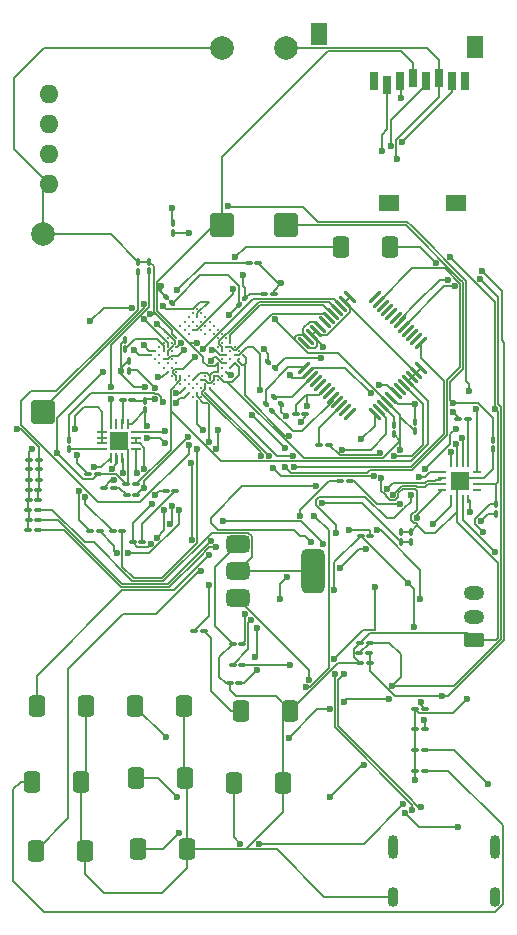
<source format=gbr>
%TF.GenerationSoftware,KiCad,Pcbnew,9.0.6*%
%TF.CreationDate,2025-12-07T23:37:28-06:00*%
%TF.ProjectId,Tony's MP3 Player,546f6e79-2773-4204-9d50-3320506c6179,rev?*%
%TF.SameCoordinates,Original*%
%TF.FileFunction,Copper,L1,Top*%
%TF.FilePolarity,Positive*%
%FSLAX46Y46*%
G04 Gerber Fmt 4.6, Leading zero omitted, Abs format (unit mm)*
G04 Created by KiCad (PCBNEW 9.0.6) date 2025-12-07 23:37:28*
%MOMM*%
%LPD*%
G01*
G04 APERTURE LIST*
G04 Aperture macros list*
%AMRoundRect*
0 Rectangle with rounded corners*
0 $1 Rounding radius*
0 $2 $3 $4 $5 $6 $7 $8 $9 X,Y pos of 4 corners*
0 Add a 4 corners polygon primitive as box body*
4,1,4,$2,$3,$4,$5,$6,$7,$8,$9,$2,$3,0*
0 Add four circle primitives for the rounded corners*
1,1,$1+$1,$2,$3*
1,1,$1+$1,$4,$5*
1,1,$1+$1,$6,$7*
1,1,$1+$1,$8,$9*
0 Add four rect primitives between the rounded corners*
20,1,$1+$1,$2,$3,$4,$5,0*
20,1,$1+$1,$4,$5,$6,$7,0*
20,1,$1+$1,$6,$7,$8,$9,0*
20,1,$1+$1,$8,$9,$2,$3,0*%
%AMHorizOval*
0 Thick line with rounded ends*
0 $1 width*
0 $2 $3 position (X,Y) of the first rounded end (center of the circle)*
0 $4 $5 position (X,Y) of the second rounded end (center of the circle)*
0 Add line between two ends*
20,1,$1,$2,$3,$4,$5,0*
0 Add two circle primitives to create the rounded ends*
1,1,$1,$2,$3*
1,1,$1,$4,$5*%
G04 Aperture macros list end*
%TA.AperFunction,SMDPad,CuDef*%
%ADD10RoundRect,0.100000X-0.217500X-0.100000X0.217500X-0.100000X0.217500X0.100000X-0.217500X0.100000X0*%
%TD*%
%TA.AperFunction,SMDPad,CuDef*%
%ADD11RoundRect,0.100000X-0.224506X0.083085X0.083085X-0.224506X0.224506X-0.083085X-0.083085X0.224506X0*%
%TD*%
%TA.AperFunction,SMDPad,CuDef*%
%ADD12RoundRect,0.375000X-0.625000X-0.375000X0.625000X-0.375000X0.625000X0.375000X-0.625000X0.375000X0*%
%TD*%
%TA.AperFunction,SMDPad,CuDef*%
%ADD13RoundRect,0.500000X-0.500000X-1.400000X0.500000X-1.400000X0.500000X1.400000X-0.500000X1.400000X0*%
%TD*%
%TA.AperFunction,SMDPad,CuDef*%
%ADD14RoundRect,0.062500X-0.375000X-0.062500X0.375000X-0.062500X0.375000X0.062500X-0.375000X0.062500X0*%
%TD*%
%TA.AperFunction,SMDPad,CuDef*%
%ADD15RoundRect,0.062500X-0.062500X-0.375000X0.062500X-0.375000X0.062500X0.375000X-0.062500X0.375000X0*%
%TD*%
%TA.AperFunction,HeatsinkPad*%
%ADD16R,1.600000X1.600000*%
%TD*%
%TA.AperFunction,SMDPad,CuDef*%
%ADD17R,1.800000X1.400000*%
%TD*%
%TA.AperFunction,SMDPad,CuDef*%
%ADD18R,1.400000X1.900000*%
%TD*%
%TA.AperFunction,SMDPad,CuDef*%
%ADD19R,0.800000X1.500000*%
%TD*%
%TA.AperFunction,SMDPad,CuDef*%
%ADD20HorizOval,0.270000X-0.434871X0.434871X0.434871X-0.434871X0*%
%TD*%
%TA.AperFunction,SMDPad,CuDef*%
%ADD21HorizOval,0.270000X0.434871X0.434871X-0.434871X-0.434871X0*%
%TD*%
%TA.AperFunction,SMDPad,CuDef*%
%ADD22R,0.280000X0.800000*%
%TD*%
%TA.AperFunction,SMDPad,CuDef*%
%ADD23R,0.800000X0.280000*%
%TD*%
%TA.AperFunction,SMDPad,CuDef*%
%ADD24R,1.600000X1.600000*%
%TD*%
%TA.AperFunction,SMDPad,CuDef*%
%ADD25C,0.280000*%
%TD*%
%TA.AperFunction,SMDPad,CuDef*%
%ADD26RoundRect,0.250000X-0.425000X-0.650000X0.425000X-0.650000X0.425000X0.650000X-0.425000X0.650000X0*%
%TD*%
%TA.AperFunction,SMDPad,CuDef*%
%ADD27RoundRect,0.100000X-0.083085X-0.224506X0.224506X0.083085X0.083085X0.224506X-0.224506X-0.083085X0*%
%TD*%
%TA.AperFunction,SMDPad,CuDef*%
%ADD28RoundRect,0.100000X0.100000X-0.217500X0.100000X0.217500X-0.100000X0.217500X-0.100000X-0.217500X0*%
%TD*%
%TA.AperFunction,SMDPad,CuDef*%
%ADD29RoundRect,0.100000X-0.100000X0.217500X-0.100000X-0.217500X0.100000X-0.217500X0.100000X0.217500X0*%
%TD*%
%TA.AperFunction,SMDPad,CuDef*%
%ADD30RoundRect,0.100000X0.217500X0.100000X-0.217500X0.100000X-0.217500X-0.100000X0.217500X-0.100000X0*%
%TD*%
%TA.AperFunction,ComponentPad*%
%ADD31O,1.600000X1.600000*%
%TD*%
%TA.AperFunction,ComponentPad*%
%ADD32RoundRect,0.250000X0.625000X-0.350000X0.625000X0.350000X-0.625000X0.350000X-0.625000X-0.350000X0*%
%TD*%
%TA.AperFunction,ComponentPad*%
%ADD33O,1.750000X1.200000*%
%TD*%
%TA.AperFunction,HeatsinkPad*%
%ADD34O,0.900000X2.000000*%
%TD*%
%TA.AperFunction,HeatsinkPad*%
%ADD35O,0.900000X1.700000*%
%TD*%
%TA.AperFunction,ComponentPad*%
%ADD36RoundRect,0.250000X0.750000X-0.750000X0.750000X0.750000X-0.750000X0.750000X-0.750000X-0.750000X0*%
%TD*%
%TA.AperFunction,ComponentPad*%
%ADD37C,2.000000*%
%TD*%
%TA.AperFunction,SMDPad,CuDef*%
%ADD38RoundRect,0.100000X0.224506X-0.083085X-0.083085X0.224506X-0.224506X0.083085X0.083085X-0.224506X0*%
%TD*%
%TA.AperFunction,ViaPad*%
%ADD39C,0.600000*%
%TD*%
%TA.AperFunction,Conductor*%
%ADD40C,0.150000*%
%TD*%
G04 APERTURE END LIST*
D10*
%TO.P,C33,2*%
%TO.N,+BATT*%
X147190000Y-69310000D03*
%TO.P,C33,1*%
%TO.N,Net-(U1-VCAP1)*%
X146375000Y-69310000D03*
%TD*%
D11*
%TO.P,R21,2*%
%TO.N,Net-(U1-PA2)*%
X139908146Y-72728146D03*
%TO.P,R21,1*%
%TO.N,+3.3V*%
X139331854Y-72151854D03*
%TD*%
%TO.P,C20,2*%
%TO.N,Net-(U3-RCAP)*%
X148380000Y-81830000D03*
%TO.P,C20,1*%
%TO.N,GNDA*%
X147803708Y-81253708D03*
%TD*%
D12*
%TO.P,U6,1,GND*%
%TO.N,+BATT*%
X145480000Y-93060000D03*
%TO.P,U6,2,VO*%
%TO.N,+3V3*%
X145480000Y-95360000D03*
D13*
X151780000Y-95360000D03*
D12*
%TO.P,U6,3,VI*%
%TO.N,VBUS*%
X145480000Y-97660000D03*
%TD*%
D14*
%TO.P,U5,1,TS*%
%TO.N,Net-(U5-TS)*%
X133992500Y-83590000D03*
%TO.P,U5,2,BAT*%
X133992500Y-84090000D03*
%TO.P,U5,3,BAT*%
X133992500Y-84590000D03*
%TO.P,U5,4,~{CE}*%
%TO.N,Net-(U5-~{CE})*%
X133992500Y-85090000D03*
D15*
%TO.P,U5,5,EN2*%
%TO.N,Net-(U5-EN2)*%
X134680000Y-85777500D03*
%TO.P,U5,6,EN1*%
%TO.N,Net-(U5-EN1)*%
X135180000Y-85777500D03*
%TO.P,U5,7,~{PGOOD}*%
%TO.N,Net-(BLUE1-K)*%
X135680000Y-85777500D03*
%TO.P,U5,8,VSS*%
%TO.N,+BATT*%
X136180000Y-85777500D03*
D14*
%TO.P,U5,9,~{CHG}*%
%TO.N,Net-(D1-K)*%
X136867500Y-85090000D03*
%TO.P,U5,10,OUT*%
%TO.N,Net-(U1-VDDA)*%
X136867500Y-84590000D03*
%TO.P,U5,11,OUT*%
X136867500Y-84090000D03*
%TO.P,U5,12,ILIM*%
%TO.N,Net-(U5-ILIM)*%
X136867500Y-83590000D03*
D15*
%TO.P,U5,13,IN*%
%TO.N,Net-(J4-Pin_3)*%
X136180000Y-82902500D03*
%TO.P,U5,14,TMR*%
%TO.N,Net-(U5-TMR)*%
X135680000Y-82902500D03*
%TO.P,U5,15,SYSOFF*%
%TO.N,GPIO3*%
X135180000Y-82902500D03*
%TO.P,U5,16,ISET*%
%TO.N,Net-(U5-ISET)*%
X134680000Y-82902500D03*
D16*
%TO.P,U5,17,VSS*%
%TO.N,+BATT*%
X135430000Y-84340000D03*
%TD*%
D17*
%TO.P,U4,9,EH*%
%TO.N,unconnected-(U4-EH-Pad9)_1*%
X158260000Y-64220000D03*
%TO.P,U4,CD,CD*%
%TO.N,unconnected-(U4-PadCD)*%
X163960000Y-64220000D03*
D18*
%TO.P,U4,9,EH*%
%TO.N,unconnected-(U4-EH-Pad9)*%
X165510000Y-51010000D03*
%TO.N,unconnected-(U4-EH-Pad9)_2*%
X152310000Y-49900000D03*
D19*
%TO.P,U4,1,DAT2*%
%TO.N,unconnected-(U4-DAT2-Pad1)*%
X157010000Y-53860000D03*
%TO.P,U4,2,CD/DAT3*%
%TO.N,DAT3*%
X158110000Y-54260000D03*
%TO.P,U4,3,CMD*%
%TO.N,SDIO*%
X159210000Y-53860000D03*
%TO.P,U4,4,VDD*%
%TO.N,+3.3V*%
X160310000Y-53660000D03*
%TO.P,U4,5,CLK*%
%TO.N,CLK*%
X161410000Y-53860000D03*
%TO.P,U4,6,VSS*%
%TO.N,+BATT*%
X162510000Y-53660000D03*
%TO.P,U4,7,DAT0*%
%TO.N,DAT0*%
X163610000Y-53860000D03*
%TO.P,U4,8,DAT1*%
%TO.N,unconnected-(U4-DAT1-Pad8)*%
X164710000Y-53860000D03*
%TD*%
D20*
%TO.P,U3,1,MICP/LINE1*%
%TO.N,Net-(U3-MICP{slash}LINE1)*%
X157040660Y-82119747D03*
%TO.P,U3,2,MICN*%
%TO.N,Net-(U3-MICN)*%
X157394214Y-81766194D03*
%TO.P,U3,3,XRESET*%
%TO.N,/XRESET*%
X157747767Y-81412641D03*
%TO.P,U3,4,DGND0*%
%TO.N,+BATT*%
X158101320Y-81059087D03*
%TO.P,U3,5,CVDD0*%
%TO.N,+2V5*%
X158454874Y-80705534D03*
%TO.P,U3,6,IOVDD0*%
%TO.N,+3.3V*%
X158808427Y-80351981D03*
%TO.P,U3,7,CVDD1*%
%TO.N,unconnected-(U3-CVDD1-Pad7)*%
X159161981Y-79998427D03*
%TO.P,U3,8,DREQ*%
%TO.N,GPIO4*%
X159515534Y-79644874D03*
%TO.P,U3,9,GPIO2/DCLK*%
%TO.N,UART-RX*%
X159869087Y-79291320D03*
%TO.P,U3,10,GPIO3/SDATA*%
X160222641Y-78937767D03*
%TO.P,U3,11,GPIO6/I2S_SCLK*%
X160576194Y-78584214D03*
%TO.P,U3,12,GPIO7/I2S_SDATA*%
X160929747Y-78230660D03*
D21*
%TO.P,U3,13,XDCS/BSYNC*%
%TO.N,GPIO6*%
X160929747Y-76109340D03*
%TO.P,U3,14,IOVDD1*%
%TO.N,unconnected-(U3-IOVDD1-Pad14)*%
X160576194Y-75755786D03*
%TO.P,U3,15,VCO*%
%TO.N,unconnected-(U3-VCO-Pad15)*%
X160222641Y-75402233D03*
%TO.P,U3,16,DGND1*%
%TO.N,unconnected-(U3-DGND1-Pad16)*%
X159869087Y-75048680D03*
%TO.P,U3,17,XTALO*%
%TO.N,Net-(U3-XTALO)*%
X159515534Y-74695126D03*
%TO.P,U3,18,XTALI*%
%TO.N,Net-(U3-XTALI)*%
X159161981Y-74341573D03*
%TO.P,U3,19,IOVDD2*%
%TO.N,unconnected-(U3-IOVDD2-Pad19)*%
X158808427Y-73988019D03*
%TO.P,U3,20,DGND2*%
%TO.N,unconnected-(U3-DGND2-Pad20)*%
X158454874Y-73634466D03*
%TO.P,U3,21,DGND3*%
%TO.N,unconnected-(U3-DGND3-Pad21)*%
X158101320Y-73280913D03*
%TO.P,U3,22,DGND4*%
%TO.N,unconnected-(U3-DGND4-Pad22)*%
X157747767Y-72927359D03*
%TO.P,U3,23,XCS*%
%TO.N,GPIO5*%
X157394214Y-72573806D03*
%TO.P,U3,24,CVDD2*%
%TO.N,unconnected-(U3-CVDD2-Pad24)*%
X157040660Y-72220253D03*
D20*
%TO.P,U3,25,GPIO5/I2S_MCLK*%
%TO.N,UART-RX*%
X154919340Y-72220253D03*
%TO.P,U3,26,RX*%
X154565786Y-72573806D03*
%TO.P,U3,27,TX*%
%TO.N,UART-TX*%
X154212233Y-72927359D03*
%TO.P,U3,28,SCLK*%
%TO.N,SPI1_SCK*%
X153858680Y-73280913D03*
%TO.P,U3,29,SI*%
%TO.N,SPI1_MOSI*%
X153505126Y-73634466D03*
%TO.P,U3,30,SO*%
%TO.N,SPI1_MISO*%
X153151573Y-73988019D03*
%TO.P,U3,31,CVDD3*%
%TO.N,unconnected-(U3-CVDD3-Pad31)*%
X152798019Y-74341573D03*
%TO.P,U3,32,XTEST*%
%TO.N,+BATT*%
X152444466Y-74695126D03*
%TO.P,U3,33,GPIO0*%
%TO.N,UART-RX*%
X152090913Y-75048680D03*
%TO.P,U3,34,GPIO1*%
X151737359Y-75402233D03*
%TO.P,U3,35,GND*%
%TO.N,+BATT*%
X151383806Y-75755786D03*
%TO.P,U3,36,GPIO4/I2S_LROUT*%
%TO.N,UART-RX*%
X151030253Y-76109340D03*
D21*
%TO.P,U3,37,AGND0*%
%TO.N,GNDA*%
X151030253Y-78230660D03*
%TO.P,U3,38,AVDD0*%
%TO.N,+3.3V*%
X151383806Y-78584214D03*
%TO.P,U3,39,RIGHT*%
%TO.N,Net-(U3-RIGHT)*%
X151737359Y-78937767D03*
%TO.P,U3,40,AGND1*%
%TO.N,unconnected-(U3-AGND1-Pad40)*%
X152090913Y-79291320D03*
%TO.P,U3,41,AGND2*%
%TO.N,unconnected-(U3-AGND2-Pad41)*%
X152444466Y-79644874D03*
%TO.P,U3,42,GBUF*%
%TO.N,Net-(U3-GBUF)*%
X152798019Y-79998427D03*
%TO.P,U3,43,AVDD1*%
%TO.N,unconnected-(U3-AVDD1-Pad43)*%
X153151573Y-80351981D03*
%TO.P,U3,44,RCAP*%
%TO.N,Net-(U3-RCAP)*%
X153505126Y-80705534D03*
%TO.P,U3,45,AVDD2*%
%TO.N,unconnected-(U3-AVDD2-Pad45)*%
X153858680Y-81059087D03*
%TO.P,U3,46,LEFT*%
%TO.N,Net-(U3-LEFT)*%
X154212233Y-81412641D03*
%TO.P,U3,47,AGND3*%
%TO.N,unconnected-(U3-AGND3-Pad47)*%
X154565786Y-81766194D03*
%TO.P,U3,48,LINE2*%
%TO.N,unconnected-(U3-LINE2-Pad48)*%
X154919340Y-82119747D03*
%TD*%
D22*
%TO.P,U2,1,INL-*%
%TO.N,Net-(U2-INL-)*%
X164979000Y-86270000D03*
%TO.P,U2,2,INL+*%
%TO.N,Net-(U2-INL+)*%
X164479000Y-86270000D03*
%TO.P,U2,3,INR+*%
%TO.N,Net-(U2-INR+)*%
X163981000Y-86270000D03*
%TO.P,U2,4,INR-*%
%TO.N,Net-(U2-INR-)*%
X163480500Y-86270000D03*
D23*
%TO.P,U2,5,OUTR*%
%TO.N,Net-(U2-OUTR)*%
X162730000Y-87021000D03*
%TO.P,U2,6,G0*%
%TO.N,GAIN0*%
X162730000Y-87521000D03*
%TO.P,U2,7,G1*%
%TO.N,GAIN1*%
X162730000Y-88019000D03*
%TO.P,U2,8,HPVSS*%
%TO.N,Net-(U2-HPVSS)*%
X162730000Y-88519500D03*
D22*
%TO.P,U2,9,CPN*%
%TO.N,Net-(U2-CPN)*%
X163480500Y-89270000D03*
%TO.P,U2,10,PGND*%
%TO.N,+BATT*%
X163981000Y-89270000D03*
%TO.P,U2,11,CPP*%
%TO.N,Net-(U2-CPP)*%
X164479000Y-89270000D03*
%TO.P,U2,12,HPVDD*%
%TO.N,Net-(U2-HPVDD)*%
X164979000Y-89270000D03*
D23*
%TO.P,U2,13,EN*%
%TO.N,ENABLE*%
X165730000Y-88519500D03*
%TO.P,U2,14,VDD*%
%TO.N,+3.3V*%
X165730000Y-88019000D03*
%TO.P,U2,15,SGND*%
%TO.N,+BATT*%
X165730000Y-87521000D03*
%TO.P,U2,16,OUTL*%
%TO.N,Net-(U2-OUTL)*%
X165730000Y-87021000D03*
D24*
%TO.P,U2,17,EP*%
%TO.N,+BATT*%
X164230000Y-87770000D03*
%TD*%
D25*
%TO.P,U1,M3,PA4*%
%TO.N,unconnected-(U1-PA4-PadM3)*%
X145184874Y-76395126D03*
%TO.P,U1,A1,PE3*%
%TO.N,GPIO1*%
X142002893Y-80991320D03*
%TO.P,U1,A2,PE1*%
%TO.N,unconnected-(U1-PE1-PadA2)*%
X141649340Y-80637767D03*
%TO.P,U1,A3,PB8*%
%TO.N,CE*%
X141295786Y-80284214D03*
%TO.P,U1,A4,BOOT0*%
%TO.N,Net-(U1-BOOT0)*%
X140942233Y-79930660D03*
%TO.P,U1,A5,PD7*%
%TO.N,unconnected-(U1-PD7-PadA5)*%
X140588679Y-79577107D03*
%TO.P,U1,A6,PD5*%
%TO.N,UART-TX*%
X140235126Y-79223553D03*
%TO.P,U1,A7,PB4(NJTRST)*%
%TO.N,unconnected-(U1-PB4(NJTRST)-PadA7)*%
X139881573Y-78870000D03*
%TO.P,U1,A8,PB3(JTDO-SWO)*%
%TO.N,SDA*%
X139528019Y-78516447D03*
%TO.P,U1,A9,PA15(JTDI)*%
%TO.N,unconnected-(U1-PA15(JTDI)-PadA9)*%
X139174466Y-78162893D03*
%TO.P,U1,A10,PA14(JTCKSWCLK)*%
%TO.N,unconnected-(U1-PA14(JTCKSWCLK)-PadA10)*%
X138820912Y-77809340D03*
%TO.P,U1,A11,PA13(JTMSSWDIO)*%
%TO.N,unconnected-(U1-PA13(JTMSSWDIO)-PadA11)*%
X138467359Y-77455786D03*
%TO.P,U1,A12,PA12*%
%TO.N,Net-(U1-PA12)*%
X138113806Y-77102233D03*
%TO.P,U1,B1,PE4*%
%TO.N,unconnected-(U1-PE4-PadB1)*%
X142356446Y-80637767D03*
%TO.P,U1,B2,PE2*%
%TO.N,GPIO0*%
X142002893Y-80284214D03*
%TO.P,U1,B3,PB9*%
%TO.N,unconnected-(U1-PB9-PadB3)*%
X141649340Y-79930660D03*
%TO.P,U1,B4,PB7*%
%TO.N,unconnected-(U1-PB7-PadB4)*%
X141295786Y-79577107D03*
%TO.P,U1,B5,PB6*%
%TO.N,unconnected-(U1-PB6-PadB5)*%
X140942233Y-79223553D03*
%TO.P,U1,B6,PD6*%
%TO.N,UART-RX*%
X140588679Y-78870000D03*
%TO.P,U1,B7,PD4*%
%TO.N,unconnected-(U1-PD4-PadB7)*%
X140235126Y-78516447D03*
%TO.P,U1,B8,PD3*%
%TO.N,unconnected-(U1-PD3-PadB8)*%
X139881573Y-78162893D03*
%TO.P,U1,B9,PD1*%
%TO.N,unconnected-(U1-PD1-PadB9)*%
X139528019Y-77809340D03*
%TO.P,U1,B10,PC12*%
%TO.N,CLK*%
X139174466Y-77455786D03*
%TO.P,U1,B11,PC10*%
%TO.N,unconnected-(U1-PC10-PadB11)*%
X138820912Y-77102233D03*
%TO.P,U1,B12,PA11*%
%TO.N,Net-(U1-PA11)*%
X138467359Y-76748680D03*
%TO.P,U1,C1,PC13*%
%TO.N,GPIO5*%
X142710000Y-80284214D03*
%TO.P,U1,C2,PE5*%
%TO.N,unconnected-(U1-PE5-PadC2)*%
X142356446Y-79930660D03*
%TO.P,U1,C3,PE0*%
%TO.N,unconnected-(U1-PE0-PadC3)*%
X142002893Y-79577107D03*
%TO.P,U1,C4,VDD*%
%TO.N,+3.3V*%
X141649340Y-79223553D03*
%TO.P,U1,C5,PB5*%
%TO.N,unconnected-(U1-PB5-PadC5)*%
X141295786Y-78870000D03*
%TO.P,U1,C8,PD2*%
%TO.N,unconnected-(U1-PD2-PadC8)*%
X140235126Y-77809340D03*
%TO.P,U1,C9,PD0*%
%TO.N,unconnected-(U1-PD0-PadC9)*%
X139881573Y-77455786D03*
%TO.P,U1,C10,PC11*%
%TO.N,DAT3*%
X139528019Y-77102233D03*
%TO.P,U1,C11,VCAP2*%
%TO.N,Net-(U1-VCAP2)*%
X139174466Y-76748680D03*
%TO.P,U1,C12,PA10*%
%TO.N,unconnected-(U1-PA10-PadC12)*%
X138820912Y-76395126D03*
%TO.P,U1,D1,PC14-OSC32_IN*%
%TO.N,GPIO6*%
X143063553Y-79930660D03*
%TO.P,U1,D2,PE6*%
%TO.N,GPIO4*%
X142710000Y-79577107D03*
%TO.P,U1,D3,VSS*%
%TO.N,+BATT*%
X142356446Y-79223553D03*
%TO.P,U1,D10,PA9*%
%TO.N,unconnected-(U1-PA9-PadD10)*%
X139881573Y-76748680D03*
%TO.P,U1,D11,PA8*%
%TO.N,SCL*%
X139528019Y-76395126D03*
%TO.P,U1,D12,PC9*%
%TO.N,unconnected-(U1-PC9-PadD12)*%
X139174466Y-76041573D03*
%TO.P,U1,E1,PC15-OSC32_OUT*%
%TO.N,unconnected-(U1-PC15-OSC32_OUT-PadE1)*%
X143417107Y-79577107D03*
%TO.P,U1,E2,VBAT*%
%TO.N,+3.3V*%
X143063553Y-79223553D03*
%TO.P,U1,E3,BYPASS_REG*%
%TO.N,unconnected-(U1-BYPASS_REG-PadE3)*%
X142710000Y-78870000D03*
%TO.P,U1,E10,PC8*%
%TO.N,DAT0*%
X140235126Y-76395126D03*
%TO.P,U1,E11,PC7*%
%TO.N,unconnected-(U1-PC7-PadE11)*%
X139881573Y-76041573D03*
%TO.P,U1,E12,PC6*%
%TO.N,unconnected-(U1-PC6-PadE12)*%
X139528019Y-75688019D03*
%TO.P,U1,F1,PH0-OSC_IN*%
%TO.N,unconnected-(U1-PH0-OSC_IN-PadF1)*%
X143770660Y-79223553D03*
%TO.P,U1,F2,VSS*%
%TO.N,+BATT*%
X143417107Y-78870000D03*
%TO.P,U1,F11,VSS*%
X140235126Y-75688019D03*
%TO.P,U1,F12,VSS*%
X139881573Y-75334466D03*
%TO.P,U1,G1,PH1-OSC_OUT*%
%TO.N,unconnected-(U1-PH1-OSC_OUT-PadG1)*%
X144124213Y-78870000D03*
%TO.P,U1,G2,VDD*%
%TO.N,+3.3V*%
X143770660Y-78516447D03*
%TO.P,U1,G11,VDD*%
X140588679Y-75334466D03*
%TO.P,U1,G12,VDD*%
X140235126Y-74980913D03*
%TO.P,U1,H1,PC0*%
%TO.N,GAIN0*%
X144477767Y-78516447D03*
%TO.P,U1,H2,NRST*%
%TO.N,unconnected-(U1-NRST-PadH2)*%
X144124213Y-78162893D03*
%TO.P,U1,H3,PDR_ON*%
%TO.N,+3.3V*%
X143770660Y-77809340D03*
%TO.P,U1,H10,PD15*%
%TO.N,unconnected-(U1-PD15-PadH10)*%
X141295786Y-75334466D03*
%TO.P,U1,H11,PD14*%
%TO.N,unconnected-(U1-PD14-PadH11)*%
X140942233Y-74980913D03*
%TO.P,U1,H12,PD13*%
%TO.N,unconnected-(U1-PD13-PadH12)*%
X140588679Y-74627359D03*
%TO.P,U1,J1,VSSA*%
%TO.N,+BATT*%
X144831320Y-78162893D03*
%TO.P,U1,J2,PC1*%
%TO.N,GAIN1*%
X144477767Y-77809340D03*
%TO.P,U1,J3,PC2*%
%TO.N,unconnected-(U1-PC2-PadJ3)*%
X144124213Y-77455786D03*
%TO.P,U1,J10,PD12*%
%TO.N,SDIO*%
X141649340Y-74980913D03*
%TO.P,U1,J11,PD11*%
%TO.N,unconnected-(U1-PD11-PadJ11)*%
X141295786Y-74627359D03*
%TO.P,U1,J12,PD10*%
%TO.N,unconnected-(U1-PD10-PadJ12)*%
X140942233Y-74273806D03*
%TO.P,U1,K1,VREF-*%
%TO.N,+BATT*%
X145184874Y-77809340D03*
%TO.P,U1,K2,PC3*%
%TO.N,unconnected-(U1-PC3-PadK2)*%
X144831320Y-77455786D03*
%TO.P,U1,K3,PA2*%
%TO.N,Net-(U1-PA2)*%
X144477767Y-77102233D03*
%TO.P,U1,K4,PA5*%
%TO.N,SPI1_SCK*%
X144124213Y-76748680D03*
%TO.P,U1,K5,PC4*%
%TO.N,unconnected-(U1-PC4-PadK5)*%
X143770660Y-76395126D03*
%TO.P,U1,K8,PD9*%
%TO.N,unconnected-(U1-PD9-PadK8)*%
X142710000Y-75334466D03*
%TO.P,U1,K9,PB11*%
%TO.N,unconnected-(U1-PB11-PadK9)*%
X142356446Y-74980913D03*
%TO.P,U1,K10,PB15*%
%TO.N,unconnected-(U1-PB15-PadK10)*%
X142002893Y-74627359D03*
%TO.P,U1,K11,PB14*%
%TO.N,unconnected-(U1-PB14-PadK11)*%
X141649340Y-74273806D03*
%TO.P,U1,K12,PB13*%
%TO.N,unconnected-(U1-PB13-PadK12)*%
X141295786Y-73920252D03*
%TO.P,U1,L1,VREF+*%
%TO.N,Net-(U1-VDDA)*%
X145538427Y-77455786D03*
%TO.P,U1,L2,PA0*%
%TO.N,Switches*%
X145184874Y-77102233D03*
%TO.P,U1,L3,PA3*%
%TO.N,unconnected-(U1-PA3-PadL3)*%
X144831320Y-76748680D03*
%TO.P,U1,L4,PA6*%
%TO.N,SPI1_MISO*%
X144477767Y-76395126D03*
%TO.P,U1,L5,PC5*%
%TO.N,unconnected-(U1-PC5-PadL5)*%
X144124213Y-76041573D03*
%TO.P,U1,L6,PB2*%
%TO.N,unconnected-(U1-PB2-PadL6)*%
X143770660Y-75688019D03*
%TO.P,U1,L7,PE8*%
%TO.N,unconnected-(U1-PE8-PadL7)*%
X143417107Y-75334466D03*
%TO.P,U1,L8,PE10*%
%TO.N,unconnected-(U1-PE10-PadL8)*%
X143063553Y-74980913D03*
%TO.P,U1,L9,PE12*%
%TO.N,unconnected-(U1-PE12-PadL9)*%
X142710000Y-74627359D03*
%TO.P,U1,L10,PB10*%
%TO.N,unconnected-(U1-PB10-PadL10)*%
X142356446Y-74273806D03*
%TO.P,U1,L11,VCAP1*%
%TO.N,Net-(U1-VCAP1)*%
X142002893Y-73920252D03*
%TO.P,U1,L12,PB12*%
%TO.N,unconnected-(U1-PB12-PadL12)*%
X141649340Y-73566699D03*
%TO.P,U1,M1,VDDA*%
%TO.N,Net-(U1-VDDA)*%
X145891980Y-77102233D03*
%TO.P,U1,M2,PA1*%
%TO.N,unconnected-(U1-PA1-PadM2)*%
X145538427Y-76748680D03*
%TO.P,U1,M4,PA7*%
%TO.N,SPI1_MOSI*%
X144831320Y-76041573D03*
%TO.P,U1,M5,PB0*%
%TO.N,unconnected-(U1-PB0-PadM5)*%
X144477767Y-75688019D03*
%TO.P,U1,M6,PB1*%
%TO.N,unconnected-(U1-PB1-PadM6)*%
X144124213Y-75334466D03*
%TO.P,U1,M7,PE7*%
%TO.N,unconnected-(U1-PE7-PadM7)*%
X143770660Y-74980913D03*
%TO.P,U1,M8,PE9*%
%TO.N,unconnected-(U1-PE9-PadM8)*%
X143417107Y-74627359D03*
%TO.P,U1,M9,PE11*%
%TO.N,unconnected-(U1-PE11-PadM9)*%
X143063553Y-74273806D03*
%TO.P,U1,M10,PE13*%
%TO.N,unconnected-(U1-PE13-PadM10)*%
X142710000Y-73920252D03*
%TO.P,U1,M11,PE14*%
%TO.N,unconnected-(U1-PE14-PadM11)*%
X142356446Y-73566699D03*
%TO.P,U1,M12,PE15*%
%TO.N,unconnected-(U1-PE15-PadM12)*%
X142002893Y-73213146D03*
%TD*%
D26*
%TO.P,S9,2,B*%
%TO.N,+3.3V*%
X158315000Y-67920000D03*
%TO.P,S9,1,A*%
%TO.N,Net-(S9-A)*%
X154165000Y-67920000D03*
%TD*%
%TO.P,S8,1,A*%
%TO.N,Net-(S8-A)*%
X128060000Y-113230000D03*
%TO.P,S8,2,B*%
%TO.N,+BATT*%
X132210000Y-113230000D03*
%TD*%
%TO.P,S7,1,A*%
%TO.N,Net-(S7-A)*%
X137005000Y-118940000D03*
%TO.P,S7,2,B*%
%TO.N,+BATT*%
X141155000Y-118940000D03*
%TD*%
%TO.P,S6,1,A*%
%TO.N,Net-(S6-A)*%
X136785000Y-106810000D03*
%TO.P,S6,2,B*%
%TO.N,+BATT*%
X140935000Y-106810000D03*
%TD*%
%TO.P,S5,1,A*%
%TO.N,Net-(S5-A)*%
X136825000Y-112940000D03*
%TO.P,S5,2,B*%
%TO.N,+BATT*%
X140975000Y-112940000D03*
%TD*%
%TO.P,S4,1,A*%
%TO.N,Net-(S4-A)*%
X128330000Y-119080000D03*
%TO.P,S4,2,B*%
%TO.N,+BATT*%
X132480000Y-119080000D03*
%TD*%
%TO.P,S3,1,A*%
%TO.N,Net-(S3-A)*%
X128415000Y-106810000D03*
%TO.P,S3,2,B*%
%TO.N,+BATT*%
X132565000Y-106810000D03*
%TD*%
%TO.P,S2,1,A*%
%TO.N,Net-(S2-A)*%
X145115000Y-113310000D03*
%TO.P,S2,2,B*%
%TO.N,+BATT*%
X149265000Y-113310000D03*
%TD*%
%TO.P,S1,1,A*%
%TO.N,Net-(S1-A)*%
X145755000Y-107230000D03*
%TO.P,S1,2,B*%
%TO.N,+BATT*%
X149905000Y-107230000D03*
%TD*%
D27*
%TO.P,R20,1*%
%TO.N,Net-(U1-PA2)*%
X145517678Y-72872322D03*
%TO.P,R20,2*%
%TO.N,Net-(S9-A)*%
X146093970Y-72296030D03*
%TD*%
D28*
%TO.P,R19,1*%
%TO.N,Switches*%
X160080000Y-92927500D03*
%TO.P,R19,2*%
%TO.N,+BATT*%
X160080000Y-92112500D03*
%TD*%
D10*
%TO.P,R18,1*%
%TO.N,+3.3V*%
X155860000Y-92400000D03*
%TO.P,R18,2*%
%TO.N,Net-(S4-A)*%
X156675000Y-92400000D03*
%TD*%
D29*
%TO.P,R17,1*%
%TO.N,+3.3V*%
X167300000Y-89752500D03*
%TO.P,R17,2*%
%TO.N,Net-(S3-A)*%
X167300000Y-90567500D03*
%TD*%
D10*
%TO.P,R16,1*%
%TO.N,+3.3V*%
X141755000Y-100440000D03*
%TO.P,R16,2*%
%TO.N,Net-(S1-A)*%
X142570000Y-100440000D03*
%TD*%
%TO.P,R14,1*%
%TO.N,+3.3V*%
X160452500Y-112290000D03*
%TO.P,R14,2*%
%TO.N,Net-(S8-A)*%
X161267500Y-112290000D03*
%TD*%
%TO.P,R13,1*%
%TO.N,+3.3V*%
X160452500Y-110540000D03*
%TO.P,R13,2*%
%TO.N,Net-(S7-A)*%
X161267500Y-110540000D03*
%TD*%
%TO.P,R12,1*%
%TO.N,+3.3V*%
X160452500Y-108790000D03*
%TO.P,R12,2*%
%TO.N,Net-(S6-A)*%
X161267500Y-108790000D03*
%TD*%
%TO.P,R11,1*%
%TO.N,+3.3V*%
X160452500Y-107040000D03*
%TO.P,R11,2*%
%TO.N,Net-(S5-A)*%
X161267500Y-107040000D03*
%TD*%
D29*
%TO.P,R10,1*%
%TO.N,CE*%
X131200000Y-84252500D03*
%TO.P,R10,2*%
%TO.N,Net-(U5-~{CE})*%
X131200000Y-85067500D03*
%TD*%
D30*
%TO.P,R9,1*%
%TO.N,GPIO1*%
X133750000Y-92010000D03*
%TO.P,R9,2*%
%TO.N,Net-(U5-EN2)*%
X132935000Y-92010000D03*
%TD*%
%TO.P,R8,1*%
%TO.N,GPIO0*%
X135667500Y-92040000D03*
%TO.P,R8,2*%
%TO.N,Net-(U5-EN1)*%
X134852500Y-92040000D03*
%TD*%
D28*
%TO.P,R7,1*%
%TO.N,Net-(U1-BOOT0)*%
X136240000Y-78450000D03*
%TO.P,R7,2*%
%TO.N,+BATT*%
X136240000Y-77635000D03*
%TD*%
D10*
%TO.P,R5,1*%
%TO.N,Net-(U5-TMR)*%
X135695000Y-80880000D03*
%TO.P,R5,2*%
%TO.N,+BATT*%
X136510000Y-80880000D03*
%TD*%
D28*
%TO.P,R1,1*%
%TO.N,+BATT*%
X158660000Y-83827500D03*
%TO.P,R1,2*%
%TO.N,/XRESET*%
X158660000Y-83012500D03*
%TD*%
D31*
%TO.P,OLED1,1,GND*%
%TO.N,+BATT*%
X129430050Y-62580000D03*
%TO.P,OLED1,2,VCC*%
%TO.N,VCC*%
X129430050Y-60040000D03*
%TO.P,OLED1,3,SCL*%
%TO.N,SCL*%
X129430050Y-57500000D03*
%TO.P,OLED1,4,SDA*%
%TO.N,SDA*%
X129430050Y-54960000D03*
%TD*%
D32*
%TO.P,J4,1,Pin_1*%
%TO.N,+BATT*%
X165420000Y-101240000D03*
D33*
%TO.P,J4,2,Pin_2*%
%TO.N,unconnected-(J4-Pin_2-Pad2)*%
X165420000Y-99240000D03*
%TO.P,J4,3,Pin_3*%
%TO.N,Net-(J4-Pin_3)*%
X165420000Y-97240000D03*
%TD*%
D34*
%TO.P,J1,S1,SHIELD*%
%TO.N,+BATT*%
X167220000Y-118775000D03*
D35*
X167220000Y-122945000D03*
D34*
X158580000Y-118775000D03*
D35*
X158580000Y-122945000D03*
%TD*%
D10*
%TO.P,D1,1,K*%
%TO.N,Net-(D1-K)*%
X139342500Y-88610000D03*
%TO.P,D1,2,A*%
%TO.N,Net-(D1-A)*%
X140157500Y-88610000D03*
%TD*%
D30*
%TO.P,C36,1*%
%TO.N,+BATT*%
X148497500Y-71930000D03*
%TO.P,C36,2*%
%TO.N,Net-(S9-A)*%
X147682500Y-71930000D03*
%TD*%
D29*
%TO.P,C35,1*%
%TO.N,+BATT*%
X159270000Y-92082500D03*
%TO.P,C35,2*%
%TO.N,Switches*%
X159270000Y-92897500D03*
%TD*%
%TO.P,C34,1*%
%TO.N,+BATT*%
X135900000Y-75790000D03*
%TO.P,C34,2*%
%TO.N,Net-(U1-VCAP2)*%
X135900000Y-76605000D03*
%TD*%
D30*
%TO.P,C32,1*%
%TO.N,+3V3*%
X128525000Y-90200000D03*
%TO.P,C32,2*%
%TO.N,+BATT*%
X127710000Y-90200000D03*
%TD*%
D10*
%TO.P,C28,1*%
%TO.N,Net-(U5-TS)*%
X132772500Y-87200000D03*
%TO.P,C28,2*%
%TO.N,+BATT*%
X133587500Y-87200000D03*
%TD*%
D28*
%TO.P,C27,1*%
%TO.N,Net-(J4-Pin_3)*%
X137570000Y-81787500D03*
%TO.P,C27,2*%
%TO.N,+BATT*%
X137570000Y-80972500D03*
%TD*%
D10*
%TO.P,C24,1*%
%TO.N,+BATT*%
X127800000Y-85960000D03*
%TO.P,C24,2*%
%TO.N,+3.3V*%
X128615000Y-85960000D03*
%TD*%
%TO.P,C23,1*%
%TO.N,+BATT*%
X127760000Y-88550000D03*
%TO.P,C23,2*%
%TO.N,+3.3V*%
X128575000Y-88550000D03*
%TD*%
%TO.P,C22,1*%
%TO.N,+BATT*%
X155807883Y-103195000D03*
%TO.P,C22,2*%
%TO.N,Net-(U3-XTALI)*%
X156622883Y-103195000D03*
%TD*%
%TO.P,C21,1*%
%TO.N,+BATT*%
X155807883Y-101445000D03*
%TO.P,C21,2*%
%TO.N,Net-(U3-XTALO)*%
X156622883Y-101445000D03*
%TD*%
%TO.P,C19,1*%
%TO.N,+BATT*%
X144775000Y-104880000D03*
%TO.P,C19,2*%
%TO.N,+2V5*%
X145590000Y-104880000D03*
%TD*%
D28*
%TO.P,C18,1*%
%TO.N,+BATT*%
X160430000Y-83550000D03*
%TO.P,C18,2*%
%TO.N,+2V5*%
X160430000Y-82735000D03*
%TD*%
%TO.P,C17,1*%
%TO.N,+BATT*%
X167040000Y-85067500D03*
%TO.P,C17,2*%
%TO.N,+2V5*%
X167040000Y-84252500D03*
%TD*%
D36*
%TO.P,C16,1*%
%TO.N,+2V5*%
X149565000Y-66070000D03*
D37*
%TO.P,C16,2*%
%TO.N,+BATT*%
X149565000Y-51070000D03*
%TD*%
D36*
%TO.P,C15,1*%
%TO.N,+3.3V*%
X144142500Y-66100000D03*
D37*
%TO.P,C15,2*%
%TO.N,+BATT*%
X144142500Y-51100000D03*
%TD*%
D10*
%TO.P,C14,1*%
%TO.N,+BATT*%
X127770000Y-87640000D03*
%TO.P,C14,2*%
%TO.N,+3.3V*%
X128585000Y-87640000D03*
%TD*%
%TO.P,C13,1*%
%TO.N,+BATT*%
X127782500Y-86790000D03*
%TO.P,C13,2*%
%TO.N,+3.3V*%
X128597500Y-86790000D03*
%TD*%
%TO.P,C12,1*%
%TO.N,+BATT*%
X127750000Y-89370000D03*
%TO.P,C12,2*%
%TO.N,+3.3V*%
X128565000Y-89370000D03*
%TD*%
%TO.P,C11,1*%
%TO.N,+BATT*%
X127722500Y-91880000D03*
%TO.P,C11,2*%
%TO.N,Net-(U2-HPVSS)*%
X128537500Y-91880000D03*
%TD*%
%TO.P,C10,1*%
%TO.N,+BATT*%
X127735000Y-91050000D03*
%TO.P,C10,2*%
%TO.N,Net-(U2-HPVDD)*%
X128550000Y-91050000D03*
%TD*%
%TO.P,C9,1*%
%TO.N,Net-(U2-CPN)*%
X145005000Y-103310000D03*
%TO.P,C9,2*%
%TO.N,Net-(U2-CPP)*%
X145820000Y-103310000D03*
%TD*%
%TO.P,C8,1*%
%TO.N,+BATT*%
X145005000Y-101560000D03*
%TO.P,C8,2*%
%TO.N,+3.3V*%
X145820000Y-101560000D03*
%TD*%
D36*
%TO.P,C7,1*%
%TO.N,+3.3V*%
X128932500Y-81890000D03*
D37*
%TO.P,C7,2*%
%TO.N,+BATT*%
X128932500Y-66890000D03*
%TD*%
D11*
%TO.P,C6,1*%
%TO.N,Net-(U3-RIGHT)*%
X148550000Y-80660000D03*
%TO.P,C6,2*%
%TO.N,Net-(U2-INR+)*%
X149126292Y-81236292D03*
%TD*%
D10*
%TO.P,C5,1*%
%TO.N,Net-(U3-LEFT)*%
X152350000Y-84700000D03*
%TO.P,C5,2*%
%TO.N,Net-(U2-INL+)*%
X153165000Y-84700000D03*
%TD*%
%TO.P,C4,1*%
%TO.N,Net-(U3-GBUF)*%
X150350000Y-82090000D03*
%TO.P,C4,2*%
%TO.N,Net-(U2-INR-)*%
X151165000Y-82090000D03*
%TD*%
%TO.P,C3,1*%
%TO.N,Net-(U3-GBUF)*%
X164100000Y-82480000D03*
%TO.P,C3,2*%
%TO.N,Net-(U2-INL-)*%
X164915000Y-82480000D03*
%TD*%
D30*
%TO.P,C2,1*%
%TO.N,Net-(U2-OUTR)*%
X154925000Y-87780000D03*
%TO.P,C2,2*%
%TO.N,Net-(C2-Pad2)*%
X154110000Y-87780000D03*
%TD*%
D28*
%TO.P,C1,1*%
%TO.N,Net-(U2-OUTL)*%
X139930000Y-66770000D03*
%TO.P,C1,2*%
%TO.N,Net-(C1-Pad2)*%
X139930000Y-65955000D03*
%TD*%
D10*
%TO.P,BLUE1,1,K*%
%TO.N,Net-(BLUE1-K)*%
X134112500Y-88320000D03*
%TO.P,BLUE1,2,A*%
%TO.N,Net-(BLUE1-A)*%
X134927500Y-88320000D03*
%TD*%
D38*
%TO.P,100K2,2*%
%TO.N,+3.3V*%
X148013708Y-77653708D03*
%TO.P,100K2,1*%
%TO.N,UART-RX*%
X148590000Y-78230000D03*
%TD*%
D10*
%TO.P,100k1,1*%
%TO.N,+BATT*%
X136012500Y-88050000D03*
%TO.P,100k1,2*%
%TO.N,UART-RX*%
X136827500Y-88050000D03*
%TD*%
%TO.P,1M1,1*%
%TO.N,Net-(U3-XTALO)*%
X155753500Y-102320117D03*
%TO.P,1M1,2*%
%TO.N,Net-(U3-XTALI)*%
X156568500Y-102320117D03*
%TD*%
D28*
%TO.P,1.18k1,1*%
%TO.N,Net-(U5-ILIM)*%
X137030000Y-70040000D03*
%TO.P,1.18k1,2*%
%TO.N,+BATT*%
X137030000Y-69225000D03*
%TD*%
%TO.P,1.13k1,1*%
%TO.N,Net-(U5-ISET)*%
X137950000Y-70025000D03*
%TO.P,1.13k1,2*%
%TO.N,+BATT*%
X137950000Y-69210000D03*
%TD*%
D10*
%TO.P,1.5k2,1*%
%TO.N,Net-(U1-VDDA)*%
X136545000Y-92960000D03*
%TO.P,1.5k2,2*%
%TO.N,Net-(D1-A)*%
X137360000Y-92960000D03*
%TD*%
D30*
%TO.P,1.5k1,1*%
%TO.N,Net-(U1-VDDA)*%
X136867500Y-88940000D03*
%TO.P,1.5k1,2*%
%TO.N,Net-(BLUE1-A)*%
X136052500Y-88940000D03*
%TD*%
D39*
%TO.N,Net-(U3-MICN)*%
X157229493Y-91928188D03*
X151650000Y-92930000D03*
X152045000Y-88223249D03*
X154248376Y-85111624D03*
X160900000Y-97715000D03*
%TO.N,Net-(U2-OUTR)*%
X160789124Y-87435000D03*
X159186555Y-89741693D03*
%TO.N,+2V5*%
X160090000Y-88960000D03*
X161320000Y-86770217D03*
X163910000Y-83350000D03*
X146940000Y-102650000D03*
X147090000Y-103785000D03*
X149045852Y-97715852D03*
X147100000Y-100190000D03*
X153760000Y-92136000D03*
X149650000Y-95860000D03*
%TO.N,+3.3V*%
X166180000Y-92060000D03*
X159865000Y-96405000D03*
%TO.N,Net-(U2-CPN)*%
X161940000Y-91385000D03*
X146559100Y-99530852D03*
X156339124Y-93550876D03*
X154099999Y-95131751D03*
%TO.N,Net-(U2-CPP)*%
X153624999Y-102839473D03*
X167250001Y-93818249D03*
X149851955Y-103386147D03*
X157095876Y-96765000D03*
%TO.N,Switches*%
X152540000Y-89590000D03*
X146683249Y-82175001D03*
X149470000Y-84970000D03*
X147320169Y-80099831D03*
%TO.N,+3.3V*%
X146064124Y-99035876D03*
X142981654Y-96603518D03*
X153625000Y-96970000D03*
%TO.N,Net-(S4-A)*%
X154900000Y-91885000D03*
X142312596Y-95422596D03*
%TO.N,Net-(S7-A)*%
X166650000Y-113450000D03*
X140480000Y-117570000D03*
%TO.N,Net-(S5-A)*%
X153230000Y-114550000D03*
X140310000Y-114530000D03*
X156140000Y-111800000D03*
X160940000Y-106455000D03*
%TO.N,Net-(S6-A)*%
X139350000Y-109470000D03*
X149760000Y-109510000D03*
X154420605Y-106480000D03*
X153219605Y-107110000D03*
X161220000Y-107980000D03*
X158280000Y-106250000D03*
%TO.N,+3.3V*%
X164870000Y-106230000D03*
X160360000Y-100165000D03*
%TO.N,Net-(J4-Pin_3)*%
X137775000Y-83115000D03*
X139285000Y-84590000D03*
X137775000Y-84160000D03*
X141480000Y-86280000D03*
X144199969Y-91164999D03*
X141535000Y-92784124D03*
X152675000Y-93115000D03*
%TO.N,Net-(S3-A)*%
X166020000Y-91190000D03*
X143001720Y-94061720D03*
%TO.N,+3.3V*%
X160450000Y-113100000D03*
%TO.N,Net-(U1-PA11)*%
X139705000Y-91370000D03*
X160970000Y-115330000D03*
X154440000Y-104112146D03*
X139840001Y-89871632D03*
X137470000Y-76255000D03*
%TO.N,Net-(U1-PA12)*%
X136700000Y-76670000D03*
X139230000Y-90215000D03*
X138572324Y-92585924D03*
X153694605Y-104112147D03*
X160227435Y-115608861D03*
%TO.N,Net-(S2-A)*%
X147286751Y-118465001D03*
X159479077Y-115137324D03*
X145640000Y-118465000D03*
%TO.N,Net-(J1-CC1)*%
X159580000Y-115875000D03*
X164080000Y-117090000D03*
%TO.N,VBUS*%
X151487742Y-104587146D03*
%TO.N,Net-(U3-MICP{slash}LINE1)*%
X155910000Y-84225000D03*
X151890000Y-90691000D03*
X151226624Y-105236624D03*
%TO.N,Net-(U2-HPVSS)*%
X143622729Y-93393836D03*
X160590000Y-90875000D03*
%TO.N,Net-(U2-HPVDD)*%
X165120000Y-90400000D03*
X143203360Y-92833360D03*
%TO.N,Net-(U1-VDDA)*%
X138077348Y-93080901D03*
%TO.N,Net-(U3-XTALI)*%
X163289124Y-70720876D03*
X166137644Y-69965811D03*
%TO.N,Net-(U3-XTALO)*%
X165926720Y-70633280D03*
X163825000Y-71265876D03*
%TO.N,Net-(U3-XTALI)*%
X162780000Y-105980000D03*
%TO.N,Net-(U3-XTALO)*%
X158530000Y-105100000D03*
%TO.N,+3.3V*%
X163450844Y-68829156D03*
X162198217Y-69275000D03*
%TO.N,Net-(S9-A)*%
X145890000Y-70313876D03*
X145230000Y-68835000D03*
%TO.N,Net-(U1-VCAP1)*%
X139105000Y-72940000D03*
X140329124Y-71629124D03*
%TO.N,Net-(U1-BOOT0)*%
X140240000Y-80350000D03*
X138436757Y-79853925D03*
%TO.N,+BATT*%
X138480000Y-80850000D03*
X137590000Y-79845000D03*
X135580000Y-78490000D03*
X134054124Y-78564124D03*
X136484156Y-73094156D03*
X138045852Y-73585900D03*
X132979156Y-74210844D03*
%TO.N,GPIO1*%
X142505374Y-83478623D03*
X140450000Y-90215000D03*
X136180000Y-93860000D03*
X135192500Y-93870000D03*
X143600000Y-85020000D03*
X143810000Y-83478623D03*
%TO.N,GPIO0*%
X142980374Y-84428622D03*
%TO.N,UART-RX*%
X152650000Y-76425000D03*
X152460000Y-77375000D03*
%TO.N,+3.3V*%
X147640000Y-76610000D03*
%TO.N,GPIO0*%
X142010000Y-85070000D03*
%TO.N,Net-(U5-EN1)*%
X134800000Y-86725000D03*
X132504124Y-89105876D03*
%TO.N,Net-(U5-EN2)*%
X133288445Y-86606480D03*
X132009124Y-88610876D03*
%TO.N,Net-(U1-VDDA)*%
X138160000Y-89740000D03*
%TO.N,Net-(D1-K)*%
X138460876Y-88960876D03*
%TO.N,Net-(BLUE1-K)*%
X135705001Y-87070749D03*
X134982874Y-87692126D03*
%TO.N,+BATT*%
X130145001Y-85403249D03*
X128066640Y-85023360D03*
%TO.N,+3.3V*%
X126774124Y-83375876D03*
%TO.N,Net-(U5-ILIM)*%
X141284359Y-84718696D03*
X139285000Y-83530000D03*
%TO.N,+BATT*%
X149140000Y-71000000D03*
X148573142Y-74070703D03*
X158950876Y-60540876D03*
%TO.N,Net-(C2-Pad2)*%
X150710000Y-90690000D03*
%TO.N,Net-(U5-TS)*%
X131800000Y-85565000D03*
X131665000Y-83370000D03*
%TO.N,Net-(U1-VDDA)*%
X141229124Y-84020876D03*
X149805374Y-83953623D03*
X137492317Y-88376921D03*
X137493260Y-86712487D03*
%TO.N,Net-(D1-K)*%
X136880000Y-87050000D03*
%TO.N,+3.3V*%
X138950000Y-71280000D03*
X137475000Y-72747640D03*
%TO.N,Net-(U2-OUTL)*%
X144617500Y-64500000D03*
X165631624Y-81653376D03*
X141280000Y-66780000D03*
X165059124Y-80160876D03*
%TO.N,SDA*%
X138673263Y-78986737D03*
%TO.N,SCL*%
X137550876Y-74080876D03*
%TO.N,DAT3*%
X157644156Y-59794156D03*
X138620000Y-74440000D03*
%TO.N,CLK*%
X158381640Y-59411640D03*
X140890230Y-76703282D03*
%TO.N,DAT0*%
X159353067Y-59063067D03*
X140634232Y-76051773D03*
%TO.N,SDIO*%
X159240000Y-55300000D03*
X145042678Y-71515876D03*
%TO.N,Net-(U5-ISET)*%
X134690000Y-80795000D03*
X134710000Y-79845000D03*
%TO.N,CE*%
X140235000Y-81120000D03*
X139131398Y-81106288D03*
%TO.N,Net-(U1-PA2)*%
X143240000Y-76650000D03*
X144674124Y-73744124D03*
%TO.N,GAIN1*%
X143210000Y-77565000D03*
X158574998Y-88933246D03*
%TO.N,GAIN0*%
X144898303Y-78769945D03*
X158088431Y-88430000D03*
%TO.N,Net-(U2-INL+)*%
X157487640Y-85375000D03*
X164440000Y-84140100D03*
%TO.N,Net-(U3-GBUF)*%
X163665000Y-81910000D03*
X151350000Y-81400000D03*
%TO.N,Net-(U2-INR-)*%
X163506000Y-85290000D03*
X150787285Y-82751623D03*
%TO.N,Net-(U2-INR+)*%
X163950000Y-84640000D03*
X149498376Y-82276624D03*
%TO.N,+2V5*%
X163665000Y-81150000D03*
X160479454Y-81280546D03*
%TO.N,+3.3V*%
X167250000Y-81680000D03*
%TO.N,+BATT*%
X157613431Y-87502035D03*
X159160000Y-85160001D03*
%TO.N,Net-(C1-Pad2)*%
X139860000Y-64670000D03*
%TO.N,+3.3V*%
X142028832Y-76081447D03*
X149845000Y-78815000D03*
X157364579Y-79650594D03*
X156725240Y-80354759D03*
%TO.N,GPIO4*%
X156940000Y-87311000D03*
X158636751Y-85635001D03*
X148403250Y-86626754D03*
X147383246Y-85635000D03*
%TO.N,GPIO5*%
X148083249Y-85635000D03*
X149469997Y-86585000D03*
%TO.N,GPIO6*%
X150143249Y-85635001D03*
X150170000Y-86585000D03*
%TO.N,UART-TX*%
X142512983Y-76587017D03*
X141841230Y-77258769D03*
%TD*%
D40*
%TO.N,Net-(U3-XTALI)*%
X166137644Y-69965811D02*
X167820000Y-71648167D01*
X167820000Y-71648167D02*
X167820000Y-75864000D01*
X167820000Y-75864000D02*
X168021000Y-76065000D01*
X168021000Y-76065000D02*
X168021000Y-101208936D01*
X168021000Y-101208936D02*
X163249936Y-105980000D01*
X163249936Y-105980000D02*
X162780000Y-105980000D01*
%TO.N,Net-(U3-XTALO)*%
X158530000Y-105100000D02*
X163774968Y-105100000D01*
X163774968Y-105100000D02*
X167770000Y-101104968D01*
X167501000Y-81257834D02*
X167501000Y-72524344D01*
X167500000Y-72523344D02*
X167500000Y-72206560D01*
X167770000Y-101104968D02*
X167770000Y-96300000D01*
X167770000Y-96300000D02*
X167725000Y-96255000D01*
X167725000Y-96255000D02*
X167725000Y-81878166D01*
X167725000Y-81878166D02*
X167726000Y-81877166D01*
X167726000Y-81877166D02*
X167726000Y-81482834D01*
X167726000Y-81482834D02*
X167501000Y-81257834D01*
X167501000Y-72524344D02*
X167500000Y-72523344D01*
X167500000Y-72206560D02*
X165926720Y-70633280D01*
%TO.N,GNDA*%
X147803708Y-81253708D02*
X147803708Y-80026292D01*
X147803708Y-80026292D02*
X149736000Y-78094000D01*
X150893593Y-78094000D02*
X151030253Y-78230660D01*
X149736000Y-78094000D02*
X150893593Y-78094000D01*
%TO.N,+3.3V*%
X149845000Y-78815000D02*
X150080000Y-79050000D01*
X150080000Y-79050000D02*
X150918020Y-79050000D01*
X150918020Y-79050000D02*
X151383806Y-78584214D01*
%TO.N,+BATT*%
X137590000Y-79845000D02*
X136685000Y-79845000D01*
X136685000Y-79845000D02*
X135580000Y-78740000D01*
X135580000Y-78740000D02*
X135580000Y-78490000D01*
%TO.N,Net-(U3-MICN)*%
X160900000Y-95280000D02*
X157570000Y-91950000D01*
X157229493Y-91928188D02*
X157251305Y-91950000D01*
X157251305Y-91950000D02*
X157570000Y-91950000D01*
%TO.N,Net-(J4-Pin_3)*%
X152675000Y-93115000D02*
X152675000Y-93035000D01*
X152675000Y-93035000D02*
X150804999Y-91164999D01*
X150804999Y-91164999D02*
X144199969Y-91164999D01*
%TO.N,Net-(U3-MICN)*%
X151120000Y-92400000D02*
X151650000Y-92930000D01*
X150740000Y-92400000D02*
X151120000Y-92400000D01*
X143743000Y-91883000D02*
X150223000Y-91883000D01*
X145786751Y-88223249D02*
X143140000Y-90870000D01*
X143150000Y-91290000D02*
X143743000Y-91883000D01*
X152045000Y-88223249D02*
X145786751Y-88223249D01*
X150223000Y-91883000D02*
X150740000Y-92400000D01*
X143140000Y-90870000D02*
X143140000Y-91280000D01*
X143140000Y-91280000D02*
X143150000Y-91290000D01*
X156730000Y-85130000D02*
X154230000Y-85130000D01*
X158040000Y-83820000D02*
X156730000Y-85130000D01*
X157394214Y-81766194D02*
X158040000Y-82411980D01*
X158040000Y-82411980D02*
X158040000Y-83820000D01*
X154230000Y-85130000D02*
X154248376Y-85111624D01*
%TO.N,Net-(U2-INL+)*%
X153165000Y-84700000D02*
X154064000Y-85599000D01*
X154064000Y-85599000D02*
X157263640Y-85599000D01*
X157263640Y-85599000D02*
X157487640Y-85375000D01*
%TO.N,Net-(U3-MICN)*%
X160900000Y-97715000D02*
X160900000Y-95280000D01*
%TO.N,Net-(U2-OUTR)*%
X161328383Y-87435000D02*
X160789124Y-87435000D01*
X161742383Y-87021000D02*
X161328383Y-87435000D01*
X162730000Y-87021000D02*
X161742383Y-87021000D01*
%TO.N,GAIN0*%
X162730000Y-87521000D02*
X162548000Y-87703000D01*
X162154000Y-87703000D02*
X162154000Y-87768000D01*
X161295032Y-87910000D02*
X158608431Y-87910000D01*
X162548000Y-87703000D02*
X162154000Y-87703000D01*
X162154000Y-87768000D02*
X161437032Y-87768000D01*
X161437032Y-87768000D02*
X161295032Y-87910000D01*
X158608431Y-87910000D02*
X158088431Y-88430000D01*
%TO.N,GAIN1*%
X162730000Y-88019000D02*
X161541000Y-88019000D01*
X161541000Y-88019000D02*
X161300000Y-88260000D01*
X161300000Y-88260000D02*
X160634968Y-88260000D01*
X160634968Y-88260000D02*
X160553968Y-88179000D01*
X160553968Y-88179000D02*
X159329244Y-88179000D01*
X159329244Y-88179000D02*
X158574998Y-88933246D01*
%TO.N,Net-(U2-OUTR)*%
X157211661Y-89741693D02*
X159186555Y-89741693D01*
X155249968Y-87780000D02*
X157211661Y-89741693D01*
X154925000Y-87780000D02*
X155249968Y-87780000D01*
%TO.N,+2V5*%
X161320000Y-86770217D02*
X163441000Y-84649217D01*
X163441000Y-83819000D02*
X163910000Y-83350000D01*
X160090000Y-89510000D02*
X160090000Y-88960000D01*
X158050000Y-90935000D02*
X158665000Y-90935000D01*
X158665000Y-90935000D02*
X159510000Y-90090000D01*
X159510000Y-90090000D02*
X160090000Y-89510000D01*
X163441000Y-84649217D02*
X163441000Y-83819000D01*
%TO.N,+BATT*%
X159050998Y-88812214D02*
X159050998Y-89130412D01*
X159433212Y-88430000D02*
X159050998Y-88812214D01*
X160662500Y-88642500D02*
X160450000Y-88430000D01*
X160662500Y-90232032D02*
X160662500Y-88642500D01*
X158772164Y-89409246D02*
X158377832Y-89409246D01*
X160114000Y-90677834D02*
X160392834Y-90399000D01*
X160662500Y-91351000D02*
X160392834Y-91351000D01*
X159050998Y-89130412D02*
X158772164Y-89409246D01*
X160495532Y-90399000D02*
X160662500Y-90232032D01*
X160114000Y-91072166D02*
X160114000Y-90677834D01*
X160392834Y-91351000D02*
X160114000Y-91072166D01*
X160450000Y-88430000D02*
X159433212Y-88430000D01*
X160662500Y-91530000D02*
X160662500Y-91351000D01*
X158377832Y-89409246D02*
X158098998Y-89130412D01*
X157896000Y-88906000D02*
X157891265Y-88906000D01*
X160392834Y-90399000D02*
X160495532Y-90399000D01*
X158098998Y-89130412D02*
X158098998Y-89108998D01*
X158098998Y-89108998D02*
X157896000Y-88906000D01*
X157891265Y-88906000D02*
X157612431Y-88627166D01*
X157612431Y-88627166D02*
X157612431Y-88232834D01*
X157612431Y-88232834D02*
X157613431Y-88231834D01*
X157613431Y-88231834D02*
X157613431Y-87502035D01*
%TO.N,+2V5*%
X149045852Y-97715852D02*
X149045852Y-96464148D01*
X153760000Y-91483166D02*
X152064000Y-89787166D01*
X152064000Y-89392834D02*
X152342834Y-89114000D01*
X145590000Y-104880000D02*
X145995000Y-104880000D01*
X156229000Y-89114000D02*
X158050000Y-90935000D01*
X145995000Y-104880000D02*
X147090000Y-103785000D01*
X147100000Y-102490000D02*
X147100000Y-100190000D01*
X152342834Y-89114000D02*
X156229000Y-89114000D01*
X149045852Y-96464148D02*
X149650000Y-95860000D01*
X146940000Y-102650000D02*
X147100000Y-102490000D01*
X152064000Y-89787166D02*
X152064000Y-89392834D01*
X153760000Y-92136000D02*
X153760000Y-91483166D01*
%TO.N,+3.3V*%
X165544000Y-91424000D02*
X166180000Y-92060000D01*
X165544000Y-90992834D02*
X165544000Y-91424000D01*
X166784334Y-89752500D02*
X165544000Y-90992834D01*
X167300000Y-89752500D02*
X166784334Y-89752500D01*
X155860000Y-92400000D02*
X159865000Y-96405000D01*
%TO.N,Net-(U2-CPN)*%
X161940000Y-91385000D02*
X163480500Y-89844500D01*
X163480500Y-89844500D02*
X163480500Y-89270000D01*
%TO.N,+BATT*%
X163981000Y-89990000D02*
X163981000Y-90409000D01*
X163981000Y-90409000D02*
X162180000Y-92210000D01*
X162180000Y-92210000D02*
X161342500Y-92210000D01*
X161342500Y-92210000D02*
X160662500Y-91530000D01*
%TO.N,Net-(U2-CPN)*%
X146315124Y-99810000D02*
X146315124Y-99774828D01*
X146315124Y-101999876D02*
X146315124Y-99810000D01*
X146315124Y-99774828D02*
X146559100Y-99530852D01*
X145005000Y-103310000D02*
X146315124Y-101999876D01*
X155680874Y-93550876D02*
X156339124Y-93550876D01*
X154099999Y-95131751D02*
X155680874Y-93550876D01*
%TO.N,Net-(U2-CPP)*%
X157050000Y-100389000D02*
X156075472Y-100389000D01*
X149851955Y-103386147D02*
X149713853Y-103386147D01*
X157050000Y-96810876D02*
X157050000Y-100389000D01*
X157095876Y-96765000D02*
X157050000Y-96810876D01*
X164479000Y-91047248D02*
X167250001Y-93818249D01*
X164479000Y-89270000D02*
X164479000Y-91047248D01*
X149713853Y-103386147D02*
X149637706Y-103310000D01*
X156075472Y-100389000D02*
X153624999Y-102839473D01*
X149637706Y-103310000D02*
X145820000Y-103310000D01*
%TO.N,+BATT*%
X165420000Y-101240000D02*
X167280000Y-101240000D01*
X167280000Y-101240000D02*
X167474000Y-101046000D01*
X167474000Y-101046000D02*
X167474000Y-94714000D01*
X167474000Y-94714000D02*
X163981000Y-91221000D01*
X163981000Y-91221000D02*
X163981000Y-89990000D01*
%TO.N,Switches*%
X159270000Y-92897500D02*
X160050000Y-92897500D01*
X160050000Y-92897500D02*
X160080000Y-92927500D01*
X152540000Y-89590000D02*
X155962500Y-89590000D01*
X155962500Y-89590000D02*
X159270000Y-92897500D01*
%TO.N,Net-(C2-Pad2)*%
X150710000Y-90690000D02*
X150710000Y-90230000D01*
X150710000Y-90230000D02*
X153160000Y-87780000D01*
X153160000Y-87780000D02*
X154110000Y-87780000D01*
%TO.N,Switches*%
X146683249Y-82175001D02*
X149470000Y-84961752D01*
X149470000Y-84961752D02*
X149470000Y-84970000D01*
%TO.N,Net-(U1-VDDA)*%
X149805374Y-83953623D02*
X149488591Y-83953623D01*
X149488591Y-83953623D02*
X146030000Y-80495032D01*
X146030000Y-80495032D02*
X146030000Y-77880000D01*
%TO.N,+3.3V*%
X148013708Y-76983708D02*
X147640000Y-76610000D01*
%TO.N,Net-(U3-RCAP)*%
X153505126Y-80705534D02*
X153505126Y-80972821D01*
X153505126Y-80972821D02*
X150917947Y-83560000D01*
X150917947Y-83560000D02*
X150110000Y-83560000D01*
X150110000Y-83560000D02*
X148380000Y-81830000D01*
%TO.N,Switches*%
X147320169Y-77040169D02*
X147320169Y-80099831D01*
X146970000Y-76690000D02*
X147320169Y-77040169D01*
X146730000Y-76450000D02*
X146970000Y-76690000D01*
X146189245Y-76450000D02*
X146730000Y-76450000D01*
%TO.N,+3.3V*%
X146064124Y-101315876D02*
X146064124Y-99035876D01*
X145820000Y-101560000D02*
X146064124Y-101315876D01*
%TO.N,VBUS*%
X145480000Y-97660000D02*
X145480000Y-97780000D01*
X145480000Y-97780000D02*
X151487742Y-103787742D01*
X151487742Y-103787742D02*
X151487742Y-104587146D01*
%TO.N,+3.3V*%
X155860000Y-92400000D02*
X153625000Y-94635000D01*
X142981654Y-96603518D02*
X142981654Y-99213346D01*
X153625000Y-94635000D02*
X153625000Y-96970000D01*
X142981654Y-99213346D02*
X141755000Y-100440000D01*
%TO.N,Net-(S4-A)*%
X138520000Y-99030000D02*
X140700000Y-96850000D01*
X131070000Y-103660000D02*
X135700000Y-99030000D01*
X156525000Y-91885000D02*
X156675000Y-92035000D01*
X131070000Y-116340000D02*
X131070000Y-104620000D01*
X154900000Y-91885000D02*
X156525000Y-91885000D01*
X135700000Y-99030000D02*
X138520000Y-99030000D01*
X131070000Y-104620000D02*
X131070000Y-103660000D01*
X140700000Y-96850000D02*
X142127404Y-95422596D01*
X128330000Y-119080000D02*
X131070000Y-116340000D01*
X142127404Y-95422596D02*
X142312596Y-95422596D01*
X156675000Y-92035000D02*
X156675000Y-92400000D01*
%TO.N,Net-(S7-A)*%
X163740000Y-110540000D02*
X161267500Y-110540000D01*
X139110000Y-118940000D02*
X140480000Y-117570000D01*
X137005000Y-118940000D02*
X139110000Y-118940000D01*
X166650000Y-113450000D02*
X163740000Y-110540000D01*
%TO.N,Net-(S5-A)*%
X138720000Y-112940000D02*
X140310000Y-114530000D01*
X160940000Y-106712500D02*
X161267500Y-107040000D01*
X153230000Y-114550000D02*
X155980000Y-111800000D01*
X155980000Y-111800000D02*
X156140000Y-111800000D01*
X136825000Y-112940000D02*
X138720000Y-112940000D01*
X160940000Y-106455000D02*
X160940000Y-106712500D01*
%TO.N,Net-(S6-A)*%
X152160000Y-107110000D02*
X149760000Y-109510000D01*
X161267500Y-108790000D02*
X161267500Y-108027500D01*
X161267500Y-108027500D02*
X161220000Y-107980000D01*
X136785000Y-106905000D02*
X136785000Y-106810000D01*
X158280000Y-106250000D02*
X154650605Y-106250000D01*
X153219605Y-107110000D02*
X152160000Y-107110000D01*
X139350000Y-109470000D02*
X136785000Y-106905000D01*
X154650605Y-106250000D02*
X154420605Y-106480000D01*
%TO.N,+3.3V*%
X159865000Y-96405000D02*
X160360000Y-96900000D01*
X160360000Y-96900000D02*
X160360000Y-100165000D01*
X164870000Y-106230000D02*
X163684000Y-107416000D01*
X163684000Y-107416000D02*
X160828500Y-107416000D01*
X160828500Y-107416000D02*
X160452500Y-107040000D01*
%TO.N,Net-(J4-Pin_3)*%
X137570000Y-82910000D02*
X137775000Y-83115000D01*
X137570000Y-81787500D02*
X137570000Y-82910000D01*
X141535000Y-86335000D02*
X141535000Y-92784124D01*
X141480000Y-86280000D02*
X141535000Y-86335000D01*
X137775000Y-84160000D02*
X138855000Y-84160000D01*
X138855000Y-84160000D02*
X139285000Y-84590000D01*
%TO.N,Net-(S3-A)*%
X140049440Y-97014000D02*
X143001720Y-94061720D01*
X128415000Y-104269000D02*
X135670000Y-97014000D01*
X139590000Y-97014000D02*
X140049440Y-97014000D01*
X135670000Y-97014000D02*
X139590000Y-97014000D01*
X166020000Y-91190000D02*
X166642500Y-90567500D01*
X128415000Y-106810000D02*
X128415000Y-104269000D01*
X166642500Y-90567500D02*
X167300000Y-90567500D01*
%TO.N,Net-(S8-A)*%
X128060000Y-113230000D02*
X127086000Y-113230000D01*
X127086000Y-113230000D02*
X126436000Y-113880000D01*
X167880000Y-123570298D02*
X167880000Y-116890000D01*
X126436000Y-113880000D02*
X126436000Y-121640000D01*
X126436000Y-121640000D02*
X129040000Y-124244000D01*
X163280000Y-112290000D02*
X161267500Y-112290000D01*
X129040000Y-124244000D02*
X167206298Y-124244000D01*
X167206298Y-124244000D02*
X167880000Y-123570298D01*
X167880000Y-116890000D02*
X163280000Y-112290000D01*
%TO.N,+3.3V*%
X160450000Y-113100000D02*
X160450000Y-112292500D01*
X160450000Y-112292500D02*
X160452500Y-112290000D01*
%TO.N,Net-(U1-PA11)*%
X139840001Y-91234999D02*
X139705000Y-91370000D01*
X153945605Y-108100000D02*
X153945605Y-108530637D01*
X153945605Y-108530637D02*
X159877484Y-114462516D01*
X154440000Y-104112146D02*
X153945605Y-104606541D01*
X159877484Y-114462516D02*
X160744968Y-115330000D01*
X139840001Y-89871632D02*
X139840001Y-91234999D01*
X153945605Y-104606541D02*
X153945605Y-108100000D01*
X160744968Y-115330000D02*
X160970000Y-115330000D01*
X137963680Y-76748680D02*
X137470000Y-76255000D01*
X138467359Y-76748680D02*
X137963680Y-76748680D01*
%TO.N,Net-(U1-PA12)*%
X139230000Y-91928248D02*
X138572324Y-92585924D01*
X139230000Y-90215000D02*
X139230000Y-91928248D01*
X136680000Y-76690000D02*
X136700000Y-76670000D01*
X136670000Y-76690000D02*
X136680000Y-76690000D01*
X160227435Y-115167435D02*
X153694605Y-108634605D01*
X153694605Y-108634605D02*
X153694605Y-104112147D01*
X160227435Y-115608861D02*
X160227435Y-115167435D01*
%TO.N,Net-(S2-A)*%
X159479077Y-115137324D02*
X156151400Y-118465001D01*
X156151400Y-118465001D02*
X147286751Y-118465001D01*
X145640000Y-118465000D02*
X145115000Y-117940000D01*
X145115000Y-117940000D02*
X145115000Y-113310000D01*
%TO.N,Net-(J1-CC1)*%
X160795000Y-117090000D02*
X159580000Y-115875000D01*
X164080000Y-117090000D02*
X160795000Y-117090000D01*
%TO.N,Net-(U3-MICP{slash}LINE1)*%
X157040660Y-83094340D02*
X155910000Y-84225000D01*
X157040660Y-82119747D02*
X157040660Y-83094340D01*
X151890000Y-90691000D02*
X153150000Y-91951000D01*
X153150000Y-97350000D02*
X153150000Y-103630032D01*
X153150000Y-103630032D02*
X152750016Y-104030016D01*
X152750016Y-104030016D02*
X151543408Y-105236624D01*
X153150000Y-91951000D02*
X153150000Y-97350000D01*
X151543408Y-105236624D02*
X151226624Y-105236624D01*
%TO.N,Net-(U2-HPVSS)*%
X128537500Y-91880000D02*
X130700064Y-91880000D01*
X142997852Y-93393836D02*
X143622729Y-93393836D01*
X130700064Y-91880000D02*
X131435032Y-92614968D01*
X142130844Y-94260844D02*
X142997852Y-93393836D01*
X139628688Y-96763000D02*
X142130844Y-94260844D01*
X160590000Y-90875000D02*
X160590000Y-90659500D01*
X135583064Y-96763000D02*
X137090000Y-96763000D01*
X131435032Y-92614968D02*
X135583064Y-96763000D01*
X137090000Y-96763000D02*
X139628688Y-96763000D01*
X160590000Y-90659500D02*
X162730000Y-88519500D01*
%TO.N,Net-(U2-HPVDD)*%
X138150000Y-96512000D02*
X139524720Y-96512000D01*
X165120000Y-90400000D02*
X165120000Y-89411000D01*
X139524720Y-96512000D02*
X143203360Y-92833360D01*
X165120000Y-89411000D02*
X164979000Y-89270000D01*
X135687032Y-96512000D02*
X138150000Y-96512000D01*
X131557516Y-92382484D02*
X135687032Y-96512000D01*
X128550000Y-91050000D02*
X130225032Y-91050000D01*
X130225032Y-91050000D02*
X131557516Y-92382484D01*
%TO.N,Net-(U1-VDDA)*%
X136545000Y-92960000D02*
X136921000Y-93336000D01*
X136921000Y-93336000D02*
X137822249Y-93336000D01*
X137822249Y-93336000D02*
X138077348Y-93080901D01*
%TO.N,+3V3*%
X145480000Y-95360000D02*
X146656000Y-94184000D01*
X139103968Y-96261000D02*
X136531000Y-96261000D01*
X146656000Y-94184000D02*
X146656000Y-92456768D01*
X146656000Y-92456768D02*
X146333232Y-92134000D01*
X133240000Y-92970000D02*
X132500000Y-92970000D01*
X146333232Y-92134000D02*
X143230968Y-92134000D01*
X143230968Y-92134000D02*
X139103968Y-96261000D01*
X136531000Y-96261000D02*
X133240000Y-92970000D01*
X132500000Y-92970000D02*
X129730000Y-90200000D01*
X129730000Y-90200000D02*
X128525000Y-90200000D01*
X151780000Y-95360000D02*
X145480000Y-95360000D01*
%TO.N,+BATT*%
X160080000Y-92112500D02*
X160662500Y-91530000D01*
X159270000Y-92082500D02*
X160050000Y-92082500D01*
X160050000Y-92082500D02*
X160080000Y-92112500D01*
X149905000Y-107230000D02*
X148665000Y-105990000D01*
X148665000Y-105990000D02*
X145320000Y-105990000D01*
X145320000Y-105990000D02*
X144775000Y-105445000D01*
X144775000Y-105445000D02*
X144775000Y-104880000D01*
X143900000Y-102665000D02*
X143900000Y-104350000D01*
X143900000Y-104350000D02*
X144430000Y-104880000D01*
X145005000Y-101560000D02*
X143900000Y-102665000D01*
X144430000Y-104880000D02*
X144775000Y-104880000D01*
X145005000Y-101560000D02*
X143510000Y-100065000D01*
X143510000Y-100065000D02*
X143510000Y-95030000D01*
X143510000Y-95030000D02*
X145480000Y-93060000D01*
%TO.N,Net-(S1-A)*%
X144870000Y-107230000D02*
X143170000Y-105530000D01*
X143170000Y-105530000D02*
X143170000Y-101040000D01*
X145755000Y-107230000D02*
X144870000Y-107230000D01*
X143170000Y-101040000D02*
X142570000Y-100440000D01*
%TO.N,+BATT*%
X132480000Y-119080000D02*
X132480000Y-121020000D01*
X132480000Y-121020000D02*
X134100000Y-122640000D01*
X134100000Y-122640000D02*
X139010000Y-122640000D01*
X139010000Y-122640000D02*
X141155000Y-120495000D01*
X141155000Y-120495000D02*
X141155000Y-118940000D01*
X132210000Y-113230000D02*
X132210000Y-118810000D01*
X132210000Y-118810000D02*
X132480000Y-119080000D01*
X132565000Y-106810000D02*
X132565000Y-112875000D01*
X132565000Y-112875000D02*
X132210000Y-113230000D01*
X140975000Y-112940000D02*
X140975000Y-112405000D01*
X140975000Y-112405000D02*
X140935000Y-112365000D01*
X140935000Y-112365000D02*
X140935000Y-106810000D01*
X141155000Y-118940000D02*
X141155000Y-113120000D01*
X141155000Y-113120000D02*
X140975000Y-112940000D01*
X141155000Y-118940000D02*
X148780000Y-118940000D01*
X148780000Y-118940000D02*
X152785000Y-122945000D01*
X152785000Y-122945000D02*
X158580000Y-122945000D01*
X149265000Y-113310000D02*
X149265000Y-115815000D01*
X149265000Y-115815000D02*
X146140000Y-118940000D01*
X146140000Y-118940000D02*
X141155000Y-118940000D01*
X149905000Y-107230000D02*
X153940000Y-103195000D01*
X153940000Y-103195000D02*
X155807883Y-103195000D01*
X149265000Y-113310000D02*
X149265000Y-107870000D01*
X149265000Y-107870000D02*
X149905000Y-107230000D01*
X165420000Y-101240000D02*
X164820000Y-100640000D01*
X164820000Y-100640000D02*
X156612883Y-100640000D01*
X156612883Y-100640000D02*
X155807883Y-101445000D01*
%TO.N,Net-(U3-XTALI)*%
X162549124Y-70720876D02*
X163289124Y-70720876D01*
X160580000Y-72690000D02*
X162549124Y-70720876D01*
%TO.N,Net-(U3-XTALO)*%
X163825000Y-71265876D02*
X162944784Y-71265876D01*
X162944784Y-71265876D02*
X159515534Y-74695126D01*
%TO.N,Net-(U3-XTALI)*%
X158736834Y-105980000D02*
X162780000Y-105980000D01*
X156622883Y-103866049D02*
X158736834Y-105980000D01*
X156622883Y-103195000D02*
X156622883Y-103866049D01*
%TO.N,Net-(U3-XTALO)*%
X159230000Y-104400000D02*
X158530000Y-105100000D01*
X159230000Y-102450000D02*
X159230000Y-104400000D01*
X156622883Y-101445000D02*
X158225000Y-101445000D01*
X158225000Y-101445000D02*
X159230000Y-102450000D01*
%TO.N,Net-(U3-XTALI)*%
X159161981Y-74108019D02*
X160580000Y-72690000D01*
X159161981Y-74341573D02*
X159161981Y-74108019D01*
%TO.N,+3.3V*%
X158315000Y-67920000D02*
X160843217Y-67920000D01*
X160843217Y-67920000D02*
X162198217Y-69275000D01*
X163450844Y-68829156D02*
X167250000Y-72628312D01*
X167250000Y-72628312D02*
X167250000Y-81680000D01*
%TO.N,Net-(S9-A)*%
X145890000Y-71245032D02*
X146093970Y-71449002D01*
X154165000Y-67920000D02*
X146145000Y-67920000D01*
X146145000Y-67920000D02*
X145230000Y-68835000D01*
X145890000Y-70313876D02*
X145890000Y-71245032D01*
X146093970Y-72296030D02*
X146093970Y-71449002D01*
%TO.N,Net-(U1-PA12)*%
X137082233Y-77102233D02*
X136670000Y-76690000D01*
X138113806Y-77102233D02*
X137082233Y-77102233D01*
%TO.N,Net-(U1-VCAP1)*%
X141644035Y-73230612D02*
X142274647Y-72600000D01*
X146375000Y-69310000D02*
X142648248Y-69310000D01*
X139105000Y-72940000D02*
X139395612Y-73230612D01*
X142648248Y-69310000D02*
X140329124Y-71629124D01*
X139395612Y-73230612D02*
X141644035Y-73230612D01*
X142274647Y-72600000D02*
X142981753Y-72600000D01*
%TO.N,+BATT*%
X147190000Y-69310000D02*
X148880000Y-71000000D01*
X148880000Y-71000000D02*
X149140000Y-71000000D01*
%TO.N,Net-(U1-VCAP1)*%
X142002893Y-73578860D02*
X142981753Y-72600000D01*
X142002893Y-73920252D02*
X142002893Y-73578860D01*
%TO.N,+3.3V*%
X160452500Y-108790000D02*
X160452500Y-107040000D01*
X160452500Y-110540000D02*
X160452500Y-108790000D01*
X160452500Y-112290000D02*
X160452500Y-110540000D01*
%TO.N,+BATT*%
X155807883Y-101445000D02*
X155260000Y-101992883D01*
X155260000Y-101992883D02*
X155260000Y-102647117D01*
X155260000Y-102647117D02*
X155807883Y-103195000D01*
%TO.N,Net-(U3-XTALO)*%
X155753500Y-102320117D02*
X155753500Y-102314383D01*
X155753500Y-102314383D02*
X156622883Y-101445000D01*
%TO.N,Net-(U3-XTALI)*%
X156622883Y-103195000D02*
X156622883Y-102374500D01*
X156622883Y-102374500D02*
X156568500Y-102320117D01*
%TO.N,+BATT*%
X135900000Y-75790000D02*
X135524000Y-76166000D01*
X135524000Y-76166000D02*
X135524000Y-78434000D01*
X135524000Y-78434000D02*
X135580000Y-78490000D01*
X136220000Y-77545000D02*
X135580000Y-78185000D01*
X135580000Y-78185000D02*
X135580000Y-78490000D01*
%TO.N,Net-(U1-VCAP2)*%
X136725000Y-75780000D02*
X138580000Y-75780000D01*
X135900000Y-76605000D02*
X136725000Y-75780000D01*
X138580000Y-75780000D02*
X139174466Y-76374466D01*
X139174466Y-76374466D02*
X139174466Y-76748680D01*
%TO.N,Net-(U1-BOOT0)*%
X136220000Y-78360000D02*
X136942832Y-78360000D01*
X136942832Y-78360000D02*
X138436757Y-79853925D01*
X140240000Y-80350000D02*
X140522893Y-80350000D01*
X140522893Y-80350000D02*
X140942233Y-79930660D01*
%TO.N,SDA*%
X138673263Y-78986737D02*
X139057729Y-78986737D01*
X139057729Y-78986737D02*
X139528019Y-78516447D01*
%TO.N,CE*%
X133030000Y-80320000D02*
X133030000Y-80330000D01*
X138399110Y-80374000D02*
X138345110Y-80320000D01*
X133030000Y-80330000D02*
X131190000Y-82170000D01*
X138345110Y-80320000D02*
X133030000Y-80320000D01*
X138956000Y-80652834D02*
X138677166Y-80374000D01*
X138956000Y-80930890D02*
X138956000Y-80652834D01*
X131190000Y-82170000D02*
X131190000Y-84242500D01*
X139131398Y-81106288D02*
X138956000Y-80930890D01*
X131190000Y-84242500D02*
X131200000Y-84252500D01*
X138677166Y-80374000D02*
X138399110Y-80374000D01*
X140235000Y-81120000D02*
X140235000Y-81040000D01*
X140235000Y-81040000D02*
X140555000Y-80720000D01*
X140555000Y-80720000D02*
X140860000Y-80720000D01*
X140860000Y-80720000D02*
X141295786Y-80284214D01*
%TO.N,+BATT*%
X138480000Y-80850000D02*
X137692500Y-80850000D01*
X137692500Y-80850000D02*
X137570000Y-80972500D01*
X130145001Y-82473247D02*
X134054124Y-78564124D01*
X130145001Y-85403249D02*
X130145001Y-82473247D01*
X134095844Y-73094156D02*
X136484156Y-73094156D01*
X132979156Y-74210844D02*
X134095844Y-73094156D01*
X138045852Y-73585900D02*
X138485145Y-73585900D01*
X138485145Y-73585900D02*
X138774623Y-73875377D01*
%TO.N,Net-(J4-Pin_3)*%
X137570000Y-81787500D02*
X136455000Y-82902500D01*
X136455000Y-82902500D02*
X136180000Y-82902500D01*
%TO.N,+BATT*%
X137570000Y-80972500D02*
X136602500Y-80972500D01*
X136602500Y-80972500D02*
X136510000Y-80880000D01*
%TO.N,GPIO1*%
X143810000Y-83478623D02*
X143810000Y-84810000D01*
X143810000Y-84810000D02*
X143600000Y-85020000D01*
X135192500Y-93870000D02*
X135000000Y-93677500D01*
X142002893Y-80991320D02*
X142002893Y-82976142D01*
X140450000Y-91380000D02*
X137970000Y-93860000D01*
X137970000Y-93860000D02*
X136180000Y-93860000D01*
X135000000Y-93677500D02*
X135000000Y-93260000D01*
X142002893Y-82976142D02*
X142505374Y-83478623D01*
X135000000Y-93260000D02*
X133750000Y-92010000D01*
X140450000Y-90215000D02*
X140450000Y-91380000D01*
%TO.N,GPIO0*%
X142980374Y-81265342D02*
X142980374Y-84428622D01*
X142842516Y-81127484D02*
X142980374Y-81265342D01*
X142002893Y-80284214D02*
X142002893Y-80593277D01*
X142002893Y-80593277D02*
X142537100Y-81127484D01*
X142537100Y-81127484D02*
X142842516Y-81127484D01*
%TO.N,UART-RX*%
X148590000Y-78230000D02*
X149445000Y-77375000D01*
X152650000Y-76425000D02*
X152650000Y-76314874D01*
X149445000Y-77375000D02*
X152460000Y-77375000D01*
X152650000Y-76314874D02*
X151737359Y-75402233D01*
%TO.N,+3.3V*%
X148013708Y-77653708D02*
X148013708Y-76983708D01*
%TO.N,UART-RX*%
X160080000Y-86110000D02*
X143990000Y-86110000D01*
%TO.N,GPIO0*%
X142010000Y-93000000D02*
X142010000Y-85070000D01*
X139560000Y-95450000D02*
X142010000Y-93000000D01*
X135667500Y-95027500D02*
X136650000Y-96010000D01*
X135667500Y-92040000D02*
X135667500Y-95027500D01*
X136650000Y-96010000D02*
X139000000Y-96010000D01*
X139000000Y-96010000D02*
X139560000Y-95450000D01*
%TO.N,Net-(U5-EN1)*%
X134852500Y-92040000D02*
X132504124Y-89691624D01*
X132504124Y-89691624D02*
X132504124Y-89105876D01*
X134800000Y-86725000D02*
X135180000Y-86345000D01*
X135180000Y-86345000D02*
X135180000Y-85777500D01*
%TO.N,Net-(U5-EN2)*%
X132935000Y-92010000D02*
X132009124Y-91084124D01*
X132009124Y-91084124D02*
X132009124Y-88610876D01*
X133288445Y-86606480D02*
X133851020Y-86606480D01*
X133851020Y-86606480D02*
X134680000Y-85777500D01*
%TO.N,Net-(U1-VDDA)*%
X136545000Y-91355000D02*
X138160000Y-89740000D01*
X136545000Y-92960000D02*
X136545000Y-91355000D01*
%TO.N,Net-(D1-A)*%
X140157500Y-88610000D02*
X137360000Y-91407500D01*
X137360000Y-91407500D02*
X137360000Y-92960000D01*
%TO.N,Net-(D1-K)*%
X138811752Y-88610000D02*
X138460876Y-88960876D01*
X139342500Y-88610000D02*
X138811752Y-88610000D01*
%TO.N,Net-(BLUE1-K)*%
X134112500Y-88320000D02*
X134740374Y-87692126D01*
X134740374Y-87692126D02*
X134982874Y-87692126D01*
X135705001Y-87070749D02*
X135705001Y-85802501D01*
X135705001Y-85802501D02*
X135680000Y-85777500D01*
%TO.N,Net-(BLUE1-A)*%
X134927500Y-88320000D02*
X135432500Y-88320000D01*
X135432500Y-88320000D02*
X136052500Y-88940000D01*
X135842500Y-88940000D02*
X136052500Y-88940000D01*
%TO.N,+BATT*%
X127735000Y-91050000D02*
X127735000Y-90225000D01*
X127735000Y-90225000D02*
X127710000Y-90200000D01*
X127722500Y-91880000D02*
X127722500Y-91062500D01*
X127722500Y-91062500D02*
X127735000Y-91050000D01*
%TO.N,+3.3V*%
X167265000Y-88019000D02*
X167300000Y-87984000D01*
X167300000Y-89752500D02*
X167300000Y-87984000D01*
%TO.N,+BATT*%
X127800000Y-85960000D02*
X127800000Y-85290000D01*
X127800000Y-85290000D02*
X128066640Y-85023360D01*
X132317752Y-87576000D02*
X133211500Y-87576000D01*
X130145001Y-85403249D02*
X132317752Y-87576000D01*
X133211500Y-87576000D02*
X133587500Y-87200000D01*
%TO.N,+3.3V*%
X127090908Y-83375876D02*
X126774124Y-83375876D01*
X128522516Y-84807484D02*
X127090908Y-83375876D01*
X128615000Y-85960000D02*
X128615000Y-84899968D01*
X128615000Y-84899968D02*
X128522516Y-84807484D01*
X128565000Y-89370000D02*
X128565000Y-88560000D01*
X128565000Y-88560000D02*
X128575000Y-88550000D01*
X128585000Y-87640000D02*
X128585000Y-88540000D01*
X128585000Y-88540000D02*
X128575000Y-88550000D01*
X128597500Y-86790000D02*
X128597500Y-87627500D01*
X128597500Y-87627500D02*
X128585000Y-87640000D01*
X128615000Y-85960000D02*
X128615000Y-86772500D01*
X128615000Y-86772500D02*
X128597500Y-86790000D01*
%TO.N,+BATT*%
X127782500Y-86790000D02*
X127782500Y-85977500D01*
X127782500Y-85977500D02*
X127800000Y-85960000D01*
X127770000Y-87640000D02*
X127770000Y-86802500D01*
X127770000Y-86802500D02*
X127782500Y-86790000D01*
X127760000Y-88550000D02*
X127760000Y-87650000D01*
X127760000Y-87650000D02*
X127770000Y-87640000D01*
X127750000Y-89370000D02*
X127750000Y-88560000D01*
X127750000Y-88560000D02*
X127760000Y-88550000D01*
X127710000Y-90200000D02*
X127710000Y-89410000D01*
X127710000Y-89410000D02*
X127750000Y-89370000D01*
%TO.N,Net-(U5-ILIM)*%
X136980000Y-73210000D02*
X136980000Y-73270064D01*
X128750000Y-80160000D02*
X127980000Y-80160000D01*
X136980000Y-73270064D02*
X134795032Y-75455032D01*
X141284359Y-85465641D02*
X141284359Y-84718696D01*
X133620000Y-89550000D02*
X137200000Y-89550000D01*
X127980000Y-80160000D02*
X127110000Y-81030000D01*
X130090064Y-80160000D02*
X128750000Y-80160000D01*
X127110000Y-83040000D02*
X127360000Y-83290000D01*
X137200000Y-89550000D02*
X141284359Y-85465641D01*
X127360000Y-83290000D02*
X133620000Y-89550000D01*
X127110000Y-81030000D02*
X127110000Y-83040000D01*
X137030000Y-70040000D02*
X136980000Y-70090000D01*
X136980000Y-70090000D02*
X136980000Y-73210000D01*
X134795032Y-75455032D02*
X130090064Y-80160000D01*
X139285000Y-83530000D02*
X139225000Y-83590000D01*
X139225000Y-83590000D02*
X136867500Y-83590000D01*
%TO.N,+BATT*%
X148497500Y-71642500D02*
X149140000Y-71000000D01*
X148497500Y-71930000D02*
X148497500Y-71642500D01*
%TO.N,Net-(S9-A)*%
X147682500Y-71930000D02*
X146460000Y-71930000D01*
X146460000Y-71930000D02*
X146093970Y-72296030D01*
%TO.N,+BATT*%
X162510000Y-53660000D02*
X162510000Y-55232968D01*
X162510000Y-55232968D02*
X158877067Y-58865901D01*
X148573142Y-74070703D02*
X148573142Y-74092048D01*
X158877067Y-58865901D02*
X158877067Y-60467067D01*
X148573142Y-74092048D02*
X150410547Y-75929453D01*
X158877067Y-60467067D02*
X158950876Y-60540876D01*
X150284383Y-75803290D02*
X150410547Y-75929453D01*
%TO.N,Net-(U5-TS)*%
X132772500Y-87200000D02*
X131800000Y-86227500D01*
X131800000Y-86227500D02*
X131800000Y-85565000D01*
X133640000Y-81530000D02*
X133992500Y-81882500D01*
X131665000Y-83370000D02*
X131665000Y-82275000D01*
X131665000Y-82275000D02*
X132410000Y-81530000D01*
X132410000Y-81530000D02*
X133640000Y-81530000D01*
X133992500Y-81882500D02*
X133992500Y-83590000D01*
%TO.N,Net-(U1-VDDA)*%
X146170000Y-77740000D02*
X146030000Y-77880000D01*
X137492317Y-88376921D02*
X137492317Y-87740151D01*
X141211592Y-84020876D02*
X141229124Y-84020876D01*
X137492317Y-87740151D02*
X138576234Y-86656234D01*
X138576234Y-86656234D02*
X141211592Y-84020876D01*
X136867500Y-84590000D02*
X137144022Y-84590000D01*
X137144022Y-84590000D02*
X137493260Y-84939238D01*
X137492317Y-88376921D02*
X137430579Y-88376921D01*
X137493260Y-84939238D02*
X137493260Y-86712487D01*
X137430579Y-88376921D02*
X136867500Y-88940000D01*
%TO.N,Net-(D1-K)*%
X136867500Y-87037500D02*
X136880000Y-87050000D01*
X136867500Y-85090000D02*
X136867500Y-87037500D01*
%TO.N,Net-(U1-VDDA)*%
X136867500Y-84590000D02*
X136867500Y-84090000D01*
%TO.N,UART-RX*%
X136827500Y-88050000D02*
X139760000Y-85117500D01*
X139760000Y-85117500D02*
X139760000Y-81880000D01*
%TO.N,+BATT*%
X136180000Y-85777500D02*
X136180000Y-87882500D01*
X136180000Y-87882500D02*
X136012500Y-88050000D01*
X133587500Y-87200000D02*
X135162500Y-87200000D01*
X135162500Y-87200000D02*
X136012500Y-88050000D01*
%TO.N,+3.3V*%
X138950000Y-71770000D02*
X139331854Y-72151854D01*
X134606032Y-75999000D02*
X137392516Y-73212516D01*
X128932500Y-81890000D02*
X128932500Y-81672532D01*
X128932500Y-81672532D02*
X134606032Y-75999000D01*
X137392516Y-73212516D02*
X137475000Y-73130032D01*
X137475000Y-73130032D02*
X137475000Y-72747640D01*
X138950000Y-71280000D02*
X138950000Y-71770000D01*
%TO.N,Net-(U2-OUTL)*%
X164802000Y-79333752D02*
X164802000Y-76110000D01*
X151010000Y-64600000D02*
X144717500Y-64600000D01*
X141280000Y-66780000D02*
X139940000Y-66780000D01*
X164802000Y-70852064D02*
X160164968Y-66215032D01*
X165059124Y-80160876D02*
X165059124Y-79590876D01*
X152229000Y-65819000D02*
X151010000Y-64600000D01*
X165730000Y-87021000D02*
X165730000Y-81751752D01*
X165059124Y-79590876D02*
X164802000Y-79333752D01*
X144717500Y-64600000D02*
X144617500Y-64500000D01*
X164802000Y-76110000D02*
X164802000Y-70852064D01*
X159768936Y-65819000D02*
X156890000Y-65819000D01*
X165730000Y-81751752D02*
X165631624Y-81653376D01*
X160164968Y-66215032D02*
X159768936Y-65819000D01*
X156890000Y-65819000D02*
X152229000Y-65819000D01*
X139940000Y-66780000D02*
X139930000Y-66770000D01*
%TO.N,+BATT*%
X163981000Y-89270000D02*
X163981000Y-89990000D01*
X139881573Y-74982328D02*
X138774623Y-73875377D01*
X137950000Y-69210000D02*
X138326000Y-69586000D01*
X138326000Y-69586000D02*
X138326000Y-73426754D01*
X138326000Y-73426754D02*
X138774623Y-73875377D01*
X137030000Y-69225000D02*
X137935000Y-69225000D01*
X137935000Y-69225000D02*
X137950000Y-69210000D01*
X137030000Y-69225000D02*
X134695000Y-66890000D01*
X134695000Y-66890000D02*
X128932500Y-66890000D01*
%TO.N,SCL*%
X138980000Y-75520000D02*
X137550876Y-74090876D01*
X137550876Y-74090876D02*
X137550876Y-74080876D01*
%TO.N,DAT3*%
X139330000Y-75150000D02*
X138620000Y-74440000D01*
X139331392Y-75150000D02*
X139330000Y-75150000D01*
X157644156Y-59794156D02*
X157644156Y-58455844D01*
X157644156Y-58455844D02*
X158110000Y-57990000D01*
X158110000Y-57990000D02*
X158110000Y-54260000D01*
X139331392Y-75150000D02*
X139320000Y-75150000D01*
X140100113Y-75918721D02*
X139331392Y-75150000D01*
X139984126Y-76285874D02*
X140100113Y-76169887D01*
X139984126Y-76295874D02*
X139984126Y-76285874D01*
X140100113Y-76169887D02*
X140100113Y-75918721D01*
X139528019Y-76750094D02*
X139719057Y-76559056D01*
X139723773Y-76556227D02*
X139984126Y-76295874D01*
X139528019Y-77102233D02*
X139528019Y-76750094D01*
X139719057Y-76559056D02*
X139721886Y-76556227D01*
X139721886Y-76556227D02*
X139723773Y-76556227D01*
%TO.N,SCL*%
X139528019Y-76068019D02*
X138980000Y-75520000D01*
X139528019Y-76395126D02*
X139528019Y-76068019D01*
%TO.N,+BATT*%
X139881573Y-75334466D02*
X139881573Y-74982328D01*
%TO.N,CLK*%
X140890230Y-76703282D02*
X140403512Y-77190000D01*
X139544214Y-77455786D02*
X139174466Y-77455786D01*
X140403512Y-77190000D02*
X139810000Y-77190000D01*
X139810000Y-77190000D02*
X139544214Y-77455786D01*
X158381640Y-57238360D02*
X158381640Y-59411640D01*
X161410000Y-54210000D02*
X158381640Y-57238360D01*
X161410000Y-53860000D02*
X161410000Y-54210000D01*
%TO.N,DAT0*%
X140634232Y-76051773D02*
X140290879Y-76395126D01*
X140290879Y-76395126D02*
X140235126Y-76395126D01*
X163610000Y-53860000D02*
X163610000Y-54806134D01*
X163610000Y-54806134D02*
X159353067Y-59063067D01*
%TO.N,SDIO*%
X159240000Y-55300000D02*
X159240000Y-53890000D01*
X141649340Y-74980913D02*
X142015054Y-74980913D01*
X159240000Y-53890000D02*
X159210000Y-53860000D01*
X142015054Y-74980913D02*
X145042678Y-71953289D01*
X145042678Y-71953289D02*
X145042678Y-71515876D01*
%TO.N,Net-(U5-TMR)*%
X135695000Y-80880000D02*
X135695000Y-82887500D01*
X135695000Y-82887500D02*
X135680000Y-82902500D01*
%TO.N,Net-(U5-ISET)*%
X134680000Y-80805000D02*
X134690000Y-80795000D01*
X134680000Y-82902500D02*
X134680000Y-80805000D01*
X137950000Y-73010000D02*
X137950000Y-70025000D01*
X134710000Y-79845000D02*
X134710000Y-76250000D01*
X134710000Y-76250000D02*
X137950000Y-73010000D01*
%TO.N,+BATT*%
X140235126Y-75688019D02*
X139881573Y-75334466D01*
X142356446Y-79223553D02*
X142710000Y-79223553D01*
X142710000Y-79223553D02*
X142961000Y-79474553D01*
X143167521Y-79474553D02*
X142961000Y-79474553D01*
X135430000Y-84340000D02*
X136180000Y-85090000D01*
X136180000Y-85090000D02*
X136180000Y-85777500D01*
%TO.N,Net-(U5-TS)*%
X133992500Y-84590000D02*
X133992500Y-84090000D01*
X133992500Y-84090000D02*
X133992500Y-83590000D01*
%TO.N,Net-(U5-~{CE})*%
X133992500Y-85090000D02*
X131222500Y-85090000D01*
X131222500Y-85090000D02*
X131200000Y-85067500D01*
%TO.N,Net-(U1-PA2)*%
X142280000Y-70350000D02*
X140220000Y-72410000D01*
X140220000Y-72410000D02*
X140220000Y-72416292D01*
X144640000Y-70350000D02*
X142280000Y-70350000D01*
X145517678Y-72872322D02*
X145517678Y-71227678D01*
X145517678Y-71227678D02*
X144640000Y-70350000D01*
X140220000Y-72416292D02*
X139908146Y-72728146D01*
X143500000Y-76650000D02*
X143240000Y-76650000D01*
X143720000Y-76870000D02*
X143500000Y-76650000D01*
X144674124Y-73744124D02*
X144674124Y-73715876D01*
X144674124Y-73715876D02*
X145517678Y-72872322D01*
%TO.N,+3.3V*%
X138630000Y-73375787D02*
X138630000Y-71450000D01*
X139331854Y-72151854D02*
X138630000Y-71450000D01*
%TO.N,GAIN1*%
X144477767Y-77809340D02*
X144149340Y-77809340D01*
X144149340Y-77809340D02*
X143622017Y-77282017D01*
X143622017Y-77282017D02*
X143412983Y-77282017D01*
X143412983Y-77282017D02*
X143288925Y-77406075D01*
X143288925Y-77406075D02*
X143288925Y-77486075D01*
X143288925Y-77486075D02*
X143210000Y-77565000D01*
%TO.N,+3.3V*%
X140962106Y-75707894D02*
X142500000Y-77245788D01*
X142500000Y-77245788D02*
X142500000Y-77650000D01*
X142500000Y-77650000D02*
X142890000Y-78040000D01*
X142890000Y-78040000D02*
X143540000Y-78040000D01*
X143540000Y-78040000D02*
X143770660Y-77809340D01*
%TO.N,GAIN0*%
X144731265Y-78769945D02*
X144477767Y-78516447D01*
X144898303Y-78769945D02*
X144731265Y-78769945D01*
%TO.N,+2V5*%
X167040000Y-84252500D02*
X167040000Y-82390000D01*
X167040000Y-82390000D02*
X165800000Y-81150000D01*
X165800000Y-81150000D02*
X163665000Y-81150000D01*
%TO.N,+BATT*%
X167040000Y-85067500D02*
X167040000Y-86761000D01*
X167040000Y-86761000D02*
X166280000Y-87521000D01*
X166280000Y-87521000D02*
X165730000Y-87521000D01*
X158660000Y-83827500D02*
X159180000Y-84347500D01*
X159180000Y-84347500D02*
X159180000Y-84420000D01*
%TO.N,/XRESET*%
X158660000Y-83012500D02*
X158660000Y-82324874D01*
X158660000Y-82324874D02*
X157747767Y-81412641D01*
%TO.N,Net-(U2-INL+)*%
X164479000Y-84179100D02*
X164479000Y-86270000D01*
X164440000Y-84140100D02*
X164479000Y-84179100D01*
%TO.N,+BATT*%
X159180000Y-82137767D02*
X159180000Y-82310000D01*
X160430000Y-83550000D02*
X159190000Y-82310000D01*
X159190000Y-82310000D02*
X159180000Y-82310000D01*
%TO.N,+2V5*%
X160479454Y-81280546D02*
X160479454Y-82685546D01*
X160479454Y-82685546D02*
X160430000Y-82735000D01*
%TO.N,Net-(U3-GBUF)*%
X151370000Y-80450000D02*
X151190000Y-80450000D01*
X164100000Y-82480000D02*
X164100000Y-82345000D01*
X164100000Y-82345000D02*
X163665000Y-81910000D01*
X151350000Y-81400000D02*
X151350000Y-80470000D01*
X151350000Y-80470000D02*
X151370000Y-80450000D01*
%TO.N,Net-(U2-INL-)*%
X164915000Y-82480000D02*
X164915000Y-86206000D01*
X164915000Y-86206000D02*
X164979000Y-86270000D01*
%TO.N,Net-(U3-LEFT)*%
X154212233Y-81412641D02*
X152350000Y-83274874D01*
X152350000Y-83274874D02*
X152350000Y-84700000D01*
%TO.N,Net-(U2-INR-)*%
X163506000Y-85290000D02*
X163506000Y-86244500D01*
X151165000Y-82373908D02*
X150787285Y-82751623D01*
X151165000Y-82090000D02*
X151165000Y-82373908D01*
X163506000Y-86244500D02*
X163480500Y-86270000D01*
%TO.N,Net-(U3-GBUF)*%
X152798019Y-79998427D02*
X152346446Y-80450000D01*
X152346446Y-80450000D02*
X151370000Y-80450000D01*
X151190000Y-80450000D02*
X150350000Y-81290000D01*
X150350000Y-81290000D02*
X150350000Y-82090000D01*
%TO.N,Net-(U2-INR+)*%
X149126292Y-81236292D02*
X149126292Y-81904540D01*
X149126292Y-81904540D02*
X149498376Y-82276624D01*
X163950000Y-84640000D02*
X163981000Y-84671000D01*
X163981000Y-84671000D02*
X163981000Y-86270000D01*
%TO.N,Net-(U3-RIGHT)*%
X148550000Y-80660000D02*
X150015126Y-80660000D01*
X150015126Y-80660000D02*
X151737359Y-78937767D01*
%TO.N,Net-(U5-EN1)*%
X135230000Y-86227500D02*
X135230000Y-85540000D01*
%TO.N,+3.3V*%
X140235126Y-74980913D02*
X138630000Y-73375787D01*
X138630000Y-71450000D02*
X138630000Y-70930000D01*
X138630000Y-70930000D02*
X143460000Y-66100000D01*
X143460000Y-66100000D02*
X144142500Y-66100000D01*
%TO.N,+2V5*%
X163441000Y-80926000D02*
X163665000Y-81150000D01*
X163441000Y-79353968D02*
X163441000Y-80926000D01*
X159664968Y-66070000D02*
X164302484Y-70707516D01*
X149565000Y-66070000D02*
X159664968Y-66070000D01*
X164302484Y-70707516D02*
X164551000Y-70956032D01*
X164551000Y-70956032D02*
X164551000Y-78243968D01*
X164551000Y-78243968D02*
X163441000Y-79353968D01*
X160479454Y-81280546D02*
X159029886Y-81280546D01*
X159029886Y-81280546D02*
X158454874Y-80705534D01*
%TO.N,+3.3V*%
X167474000Y-81904000D02*
X167250000Y-81680000D01*
X167474000Y-83180000D02*
X167474000Y-81904000D01*
X167300000Y-87984000D02*
X167474000Y-87810000D01*
X165730000Y-88019000D02*
X167265000Y-88019000D01*
X167474000Y-87810000D02*
X167474000Y-83180000D01*
%TO.N,+BATT*%
X164230000Y-87770000D02*
X164479000Y-87521000D01*
X164479000Y-87521000D02*
X165730000Y-87521000D01*
X164230000Y-87770000D02*
X163981000Y-88019000D01*
X163981000Y-88019000D02*
X163981000Y-89270000D01*
X159180000Y-84420000D02*
X159180000Y-85140001D01*
X159180000Y-85140001D02*
X159160000Y-85160001D01*
%TO.N,+3.3V*%
X144142500Y-66100000D02*
X144142500Y-60297500D01*
X144142500Y-60297500D02*
X153119000Y-51321000D01*
X153119000Y-51321000D02*
X159280000Y-51321000D01*
X159280000Y-51321000D02*
X160310000Y-52351000D01*
X160310000Y-52351000D02*
X160310000Y-53660000D01*
%TO.N,+BATT*%
X128932500Y-66890000D02*
X128932500Y-63077550D01*
X128932500Y-63077550D02*
X129430050Y-62580000D01*
X149565000Y-51070000D02*
X161460000Y-51070000D01*
X161460000Y-51070000D02*
X162510000Y-52120000D01*
X162510000Y-52120000D02*
X162510000Y-53660000D01*
X126470000Y-59619950D02*
X126470000Y-53670000D01*
X129430050Y-62580000D02*
X126470000Y-59619950D01*
X126470000Y-53670000D02*
X129040000Y-51100000D01*
X129040000Y-51100000D02*
X144142500Y-51100000D01*
%TO.N,Net-(C1-Pad2)*%
X139860000Y-64670000D02*
X139860000Y-65885000D01*
X139860000Y-65885000D02*
X139930000Y-65955000D01*
%TO.N,+3.3V*%
X141335659Y-76081447D02*
X142028832Y-76081447D01*
X140962106Y-75707894D02*
X141335659Y-76081447D01*
X142028832Y-76081447D02*
X142028832Y-76271168D01*
X140588679Y-75334466D02*
X140962106Y-75707894D01*
X151383806Y-78584214D02*
X151776123Y-78191897D01*
X151776123Y-78191897D02*
X154562378Y-78191897D01*
X154562378Y-78191897D02*
X156725240Y-80354759D01*
X157364579Y-79650594D02*
X158107040Y-79650594D01*
X158107040Y-79650594D02*
X158808427Y-80351981D01*
%TO.N,GPIO6*%
X150170000Y-86585000D02*
X160115000Y-86585000D01*
X162939000Y-83761000D02*
X162939000Y-79319000D01*
X160115000Y-86585000D02*
X162939000Y-83761000D01*
X162939000Y-79319000D02*
X160929747Y-77309747D01*
X160929747Y-77309747D02*
X160929747Y-76109340D01*
%TO.N,UART-RX*%
X159869087Y-79291320D02*
X161530000Y-80952233D01*
X139760000Y-80064394D02*
X140588679Y-79235715D01*
X161530000Y-80952233D02*
X161530000Y-84660000D01*
X161530000Y-84660000D02*
X160080000Y-86110000D01*
X139760000Y-81880000D02*
X139760000Y-80064394D01*
X143990000Y-86110000D02*
X139760000Y-81880000D01*
X140588679Y-79235715D02*
X140588679Y-78870000D01*
%TO.N,GPIO4*%
X158636751Y-85635001D02*
X160200031Y-85635001D01*
X160200031Y-85635001D02*
X161099000Y-84736032D01*
X161099000Y-81228340D02*
X159515534Y-79644874D01*
X161099000Y-84736032D02*
X161099000Y-81228340D01*
X149087496Y-87311000D02*
X156940000Y-87311000D01*
X148403250Y-86626754D02*
X149087496Y-87311000D01*
X142710000Y-79940000D02*
X142699246Y-79940000D01*
X142699246Y-79940000D02*
X142446969Y-80192277D01*
X142446969Y-80192277D02*
X142446969Y-80376969D01*
X142446969Y-80376969D02*
X147383246Y-85313246D01*
X147383246Y-85313246D02*
X147383246Y-85635000D01*
X142710000Y-79577107D02*
X142710000Y-79940000D01*
%TO.N,+BATT*%
X143417107Y-79224967D02*
X143417107Y-78870000D01*
X143167521Y-79474553D02*
X143417107Y-79224967D01*
%TO.N,GPIO5*%
X160218968Y-86836000D02*
X156650000Y-86836000D01*
X163190000Y-79250000D02*
X163190000Y-83864968D01*
X164300000Y-78140000D02*
X163190000Y-79250000D01*
X157394214Y-72573806D02*
X160218020Y-69750000D01*
X156650000Y-86836000D02*
X156425000Y-87061000D01*
X162990000Y-69750000D02*
X164300000Y-71060000D01*
X163190000Y-83864968D02*
X160218968Y-86836000D01*
X164300000Y-71060000D02*
X164300000Y-71120000D01*
X160218020Y-69750000D02*
X162990000Y-69750000D01*
X149945997Y-87061000D02*
X149469997Y-86585000D01*
X164300000Y-71120000D02*
X164300000Y-78140000D01*
X156425000Y-87061000D02*
X149945997Y-87061000D01*
X148083249Y-85635000D02*
X148060786Y-85635000D01*
X148060786Y-85635000D02*
X142710000Y-80284214D01*
%TO.N,GPIO6*%
X143063553Y-79943553D02*
X145910000Y-82790000D01*
X143063553Y-79930660D02*
X143063553Y-79943553D01*
X145910000Y-82790000D02*
X148755001Y-85635001D01*
X148755001Y-85635001D02*
X150143249Y-85635001D01*
%TO.N,+BATT*%
X144530000Y-79350000D02*
X144990000Y-79350000D01*
X159180000Y-82310000D02*
X159180000Y-84420000D01*
X158101320Y-81059087D02*
X159180000Y-82137767D01*
X159180000Y-84420000D02*
X157750000Y-85850000D01*
X157750000Y-85850000D02*
X151030000Y-85850000D01*
X151030000Y-85850000D02*
X144530000Y-79350000D01*
%TO.N,UART-TX*%
X140809999Y-78290000D02*
X140795046Y-78275047D01*
X140235126Y-78875126D02*
X140235126Y-79223553D01*
X140795046Y-78275047D02*
X140135134Y-78275047D01*
X140135134Y-78275047D02*
X139993726Y-78416455D01*
X139993726Y-78416455D02*
X139993726Y-78633726D01*
X139993726Y-78633726D02*
X140235126Y-78875126D01*
X140809999Y-78290000D02*
X140720000Y-78290000D01*
X141841230Y-77258769D02*
X140809999Y-78290000D01*
X142512983Y-76577017D02*
X142512983Y-76587017D01*
X143930000Y-75160000D02*
X142512983Y-76577017D01*
X154212233Y-72927359D02*
X153612874Y-72328000D01*
X153612874Y-72328000D02*
X146762000Y-72328000D01*
X146762000Y-72328000D02*
X143930000Y-75160000D01*
%TO.N,SPI1_SCK*%
X145887516Y-73957516D02*
X144580320Y-75264712D01*
X144580320Y-75264712D02*
X144535288Y-75264712D01*
X144535288Y-75264712D02*
X143861183Y-75938817D01*
X143861183Y-75938817D02*
X143861183Y-76176586D01*
X143861183Y-76176586D02*
X144124213Y-76439616D01*
X144124213Y-76439616D02*
X144124213Y-76748680D01*
%TO.N,SPI1_MISO*%
X153151573Y-73988019D02*
X152759257Y-73595703D01*
X152759257Y-73595703D02*
X148348828Y-73595703D01*
X148348828Y-73595703D02*
X145295468Y-76649063D01*
X145295468Y-76649063D02*
X145109063Y-76649063D01*
X145109063Y-76649063D02*
X144855126Y-76395126D01*
X144855126Y-76395126D02*
X144477767Y-76395126D01*
%TO.N,+BATT*%
X143417107Y-78870000D02*
X143780000Y-78870000D01*
X143780000Y-78870000D02*
X144260000Y-79350000D01*
X145530000Y-78154466D02*
X145184874Y-77809340D01*
X144260000Y-79350000D02*
X144530000Y-79350000D01*
X144990000Y-79350000D02*
X145530000Y-78810000D01*
X145530000Y-78810000D02*
X145530000Y-78154466D01*
%TO.N,+3.3V*%
X143063553Y-79223553D02*
X143063553Y-78843553D01*
X143063553Y-78843553D02*
X142840000Y-78620000D01*
X142252893Y-78620000D02*
X141649340Y-79223553D01*
X142840000Y-78620000D02*
X142252893Y-78620000D01*
%TO.N,Net-(U1-PA2)*%
X143952233Y-77102233D02*
X143720000Y-76870000D01*
X144477767Y-77102233D02*
X143952233Y-77102233D01*
%TO.N,Switches*%
X145537012Y-77102233D02*
X146189245Y-76450000D01*
X145184874Y-77102233D02*
X145537012Y-77102233D01*
%TO.N,Net-(U1-VDDA)*%
X145891980Y-77102233D02*
X146170000Y-77380253D01*
X146170000Y-77380253D02*
X146170000Y-77740000D01*
X146030000Y-77880000D02*
X145990000Y-77920000D01*
X145990000Y-77920000D02*
X145780000Y-77920000D01*
X145780000Y-77920000D02*
X145470000Y-77610000D01*
X145470000Y-77610000D02*
X145470000Y-77524213D01*
X145470000Y-77524213D02*
X145538427Y-77455786D01*
%TO.N,+BATT*%
X145184874Y-77809340D02*
X144831320Y-78162893D01*
%TO.N,+3.3V*%
X140588679Y-75334466D02*
X140235126Y-74980913D01*
X143770660Y-78516447D02*
X143770660Y-77809340D01*
X143063553Y-79223553D02*
X143063553Y-78776662D01*
X143063553Y-78776662D02*
X143323768Y-78516447D01*
X143323768Y-78516447D02*
X143770660Y-78516447D01*
%TO.N,SPI1_SCK*%
X153858680Y-73280913D02*
X153156767Y-72579000D01*
X147266032Y-72579000D02*
X144580320Y-75264712D01*
X153156767Y-72579000D02*
X147266032Y-72579000D01*
%TO.N,+BATT*%
X151383806Y-75755786D02*
X150991490Y-75363470D01*
X150466561Y-75363470D02*
X150284383Y-75545648D01*
X151381093Y-76900000D02*
X153942233Y-76900000D01*
X150991490Y-75363470D02*
X150466561Y-75363470D01*
X150410547Y-75929453D02*
X151381093Y-76900000D01*
X150284383Y-75545648D02*
X150284383Y-75803290D01*
X153942233Y-76900000D02*
X158101320Y-81059087D01*
X151383806Y-75755786D02*
X150991489Y-75363469D01*
X150991489Y-75363469D02*
X150991489Y-74838541D01*
X151527221Y-74302810D02*
X152052150Y-74302810D01*
X150991489Y-74838541D02*
X151527221Y-74302810D01*
X152052150Y-74302810D02*
X152444466Y-74695126D01*
%TO.N,UART-RX*%
X160576194Y-78584214D02*
X154565786Y-72573806D01*
X160222641Y-78937767D02*
X160576194Y-78584214D01*
X160222641Y-78937767D02*
X159869087Y-79291320D01*
X160929747Y-78230660D02*
X160576194Y-78584214D01*
X152090913Y-75048680D02*
X152483229Y-75440996D01*
X152483229Y-75440996D02*
X153008158Y-75440996D01*
X153008158Y-75440996D02*
X154960000Y-73489154D01*
X154960000Y-73489154D02*
X154960000Y-72968020D01*
X154960000Y-72968020D02*
X154565786Y-72573806D01*
X151030253Y-76109340D02*
X151422569Y-76501656D01*
X151422569Y-76501656D02*
X151947498Y-76501656D01*
X151947498Y-76501656D02*
X152129676Y-76319478D01*
X152129676Y-76319478D02*
X152129676Y-75794550D01*
X152129676Y-75794550D02*
X151737359Y-75402233D01*
X151737359Y-75402233D02*
X152090913Y-75048680D01*
X154919340Y-72220253D02*
X154565786Y-72573806D01*
%TO.N,SPI1_MOSI*%
X144831320Y-75368680D02*
X147370000Y-72830000D01*
X144831320Y-76041573D02*
X144831320Y-75368680D01*
X147370000Y-72830000D02*
X152700660Y-72830000D01*
X152700660Y-72830000D02*
X153505126Y-73634466D01*
%TD*%
M02*

</source>
